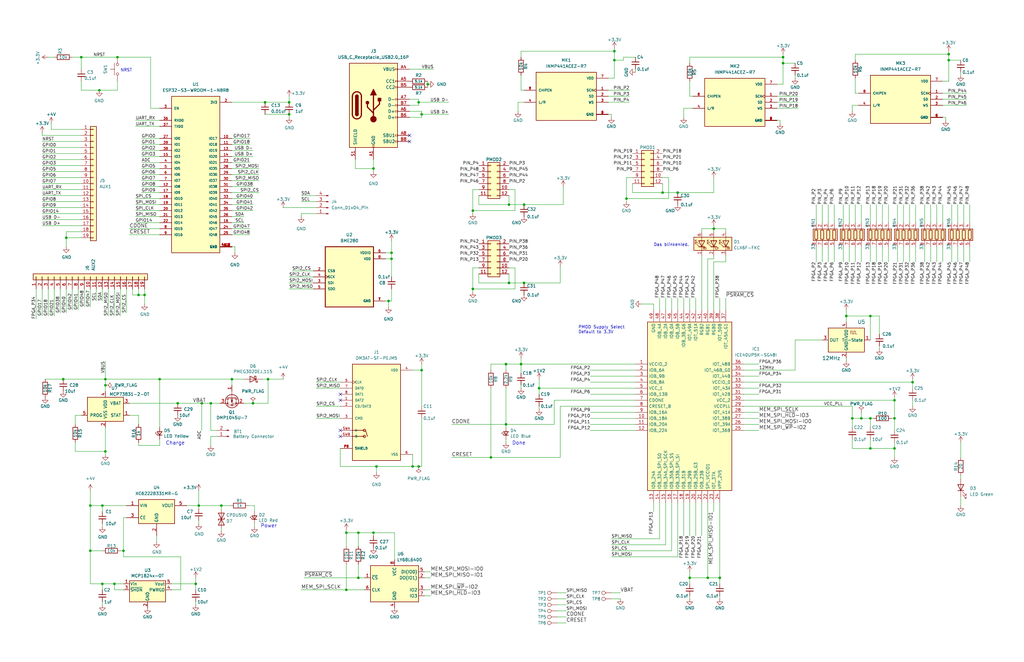
<source format=kicad_sch>
(kicad_sch (version 20250114) (generator "eeschema") (generator_version "9.0")
  (paper "B")
  (text "Done" (at 215.9 187.96 0) (effects (font (size 1.524 1.524)) (justify left bottom)))
  (text "NRST" (at 50.8 30.48 0) (effects (font (size 1.27 1.27)) (justify left bottom)))
  (text "Power" (at 109.855 222.885 0) (effects (font (size 1.524 1.524)) (justify left bottom)))
  (text "Charge" (at 69.85 187.96 0) (effects (font (size 1.524 1.524)) (justify left bottom)))
  (text "Das blinkenled." (at 275.59 104.14 0) (effects (font (size 1.27 1.27)) (justify left bottom)))
  (text "PMOD Supply Select\nDefault to 3.3V" (at 243.84 140.97 0) (effects (font (size 1.27 1.27)) (justify left bottom)))
  (junction (at 384.81 161.29))
  (junction (at 177.8 156.21))
  (junction (at 67.31 160.02))
  (junction (at 157.48 224.79))
  (junction (at 151.13 224.79))
  (junction (at 44.45 190.5))
  (junction (at 146.05 224.79))
  (junction (at 146.05 248.92))
  (junction (at 111.76 43.18))
  (junction (at 43.18 213.36))
  (junction (at 367.03 189.23))
  (junction (at 220.98 119.38))
  (junction (at 97.79 160.02))
  (junction (at 199.39 121.92))
  (junction (at 173.99 196.85))
  (junction (at 44.45 160.02))
  (junction (at 106.68 170.18))
  (junction (at 41.91 38.1))
  (junction (at 157.48 71.12))
  (junction (at 27.94 100.33))
  (junction (at 400.05 25.4))
  (junction (at 177.8 48.26))
  (junction (at 363.22 176.53))
  (junction (at 213.36 153.67))
  (junction (at 259.08 21.59))
  (junction (at 220.98 86.36))
  (junction (at 52.07 232.41))
  (junction (at 330.2 24.13))
  (junction (at 176.53 43.18))
  (junction (at 285.75 81.28))
  (junction (at 151.13 243.84))
  (junction (at 264.16 83.82))
  (junction (at 367.03 176.53))
  (junction (at 219.71 153.67))
  (junction (at 43.18 246.38))
  (junction (at 227.33 163.83))
  (junction (at 165.1 106.68))
  (junction (at 356.87 133.35))
  (junction (at 85.09 170.18))
  (junction (at 82.55 246.38))
  (junction (at 74.93 170.18))
  (junction (at 400.05 22.86))
  (junction (at 330.2 26.67))
  (junction (at 377.19 176.53))
  (junction (at 377.19 168.91))
  (junction (at 165.1 109.22))
  (junction (at 303.53 243.84))
  (junction (at 34.29 24.13))
  (junction (at 176.53 196.85))
  (junction (at 121.92 43.18))
  (junction (at 38.1 213.36))
  (junction (at 60.96 124.46))
  (junction (at 163.83 127))
  (junction (at 49.53 24.13))
  (junction (at 26.67 160.02))
  (junction (at 48.26 246.38))
  (junction (at 300.99 96.52))
  (junction (at 88.9 170.18))
  (junction (at 44.45 162.56))
  (junction (at 93.345 213.36))
  (junction (at 199.39 88.9))
  (junction (at 359.41 176.53))
  (junction (at 298.45 243.84))
  (junction (at 259.08 25.4))
  (junction (at 367.03 133.35))
  (junction (at 213.36 179.07))
  (junction (at 121.92 48.26))
  (junction (at 158.75 196.85))
  (junction (at 290.83 243.84))
  (junction (at 38.1 232.41))
  (junction (at 214.63 119.38))
  (junction (at 58.42 124.46))
  (junction (at 279.4 81.28))
  (junction (at 207.01 193.04))
  (junction (at 377.19 189.23))
  (junction (at 113.03 160.02))
  (junction (at 180.34 35.56))
  (junction (at 214.63 86.36))
  (junction (at 83.82 213.36))
  (no_connect (at 143.51 181.61))
  (no_connect (at 172.72 59.69))
  (no_connect (at 143.51 168.91))
  (no_connect (at 172.72 57.15))
  (no_connect (at 143.51 184.15))
  (no_connect (at 143.51 166.37))
  (wire (pts (xy 58.42 187.96) (xy 67.31 187.96)))
  (wire (pts (xy 17.78 72.39) (xy 34.29 72.39)))
  (wire (pts (xy 285.75 81.28) (xy 300.99 81.28)))
  (wire (pts (xy 97.79 66.04) (xy 106.68 66.04)))
  (wire (pts (xy 97.79 88.9) (xy 106.68 88.9)))
  (wire (pts (xy 20.32 24.13) (xy 22.86 24.13)))
  (wire (pts (xy 403.86 86.36) (xy 403.86 93.98)))
  (wire (pts (xy 295.91 96.52) (xy 300.99 96.52)))
  (wire (pts (xy 313.69 166.37) (xy 320.04 166.37)))
  (wire (pts (xy 327.66 50.8) (xy 328.93 50.8)))
  (wire (pts (xy 93.345 213.36) (xy 93.345 215.265)))
  (wire (pts (xy 34.29 34.29) (xy 34.29 38.1)))
  (wire (pts (xy 367.03 110.49) (xy 367.03 104.14)))
  (wire (pts (xy 219.71 151.13) (xy 219.71 153.67)))
  (wire (pts (xy 306.07 110.49) (xy 306.07 107.95)))
  (wire (pts (xy 157.48 224.79) (xy 166.37 224.79)))
  (wire (pts (xy 290.83 24.13) (xy 330.2 24.13)))
  (wire (pts (xy 123.19 114.3) (xy 132.08 114.3)))
  (wire (pts (xy 151.13 238.125) (xy 151.13 243.84)))
  (wire (pts (xy 59.69 73.66) (xy 67.31 73.66)))
  (wire (pts (xy 275.59 130.81) (xy 275.59 128.27)))
  (wire (pts (xy 97.79 68.58) (xy 105.41 68.58)))
  (wire (pts (xy 377.19 189.23) (xy 377.19 193.04)))
  (wire (pts (xy 213.36 163.83) (xy 213.36 179.07)))
  (wire (pts (xy 405.13 200.66) (xy 405.13 201.93)))
  (wire (pts (xy 370.84 133.35) (xy 370.84 140.97)))
  (wire (pts (xy 227.33 171.45) (xy 227.33 172.72)))
  (wire (pts (xy 34.29 38.1) (xy 41.91 38.1)))
  (wire (pts (xy 72.39 246.38) (xy 82.55 246.38)))
  (wire (pts (xy 256.54 48.26) (xy 257.81 48.26)))
  (wire (pts (xy 367.03 86.36) (xy 367.03 93.98)))
  (wire (pts (xy 383.54 86.36) (xy 383.54 93.98)))
  (wire (pts (xy 349.25 110.49) (xy 349.25 104.14)))
  (wire (pts (xy 248.92 156.21) (xy 267.97 156.21)))
  (wire (pts (xy 177.8 196.85) (xy 176.53 196.85)))
  (wire (pts (xy 121.92 49.53) (xy 121.92 48.26)))
  (wire (pts (xy 313.69 158.75) (xy 320.04 158.75)))
  (wire (pts (xy 133.35 171.45) (xy 143.51 171.45)))
  (wire (pts (xy 146.05 238.125) (xy 146.05 248.92)))
  (wire (pts (xy 330.2 24.13) (xy 330.2 22.86)))
  (wire (pts (xy 257.81 229.87) (xy 280.67 229.87)))
  (wire (pts (xy 219.71 153.67) (xy 267.97 153.67)))
  (wire (pts (xy 313.69 179.07) (xy 320.04 179.07)))
  (wire (pts (xy 207.01 153.67) (xy 213.36 153.67)))
  (wire (pts (xy 59.69 63.5) (xy 67.31 63.5)))
  (wire (pts (xy 85.09 170.18) (xy 88.9 170.18)))
  (wire (pts (xy 172.72 46.99) (xy 177.8 46.99)))
  (wire (pts (xy 328.93 50.8) (xy 328.93 52.07)))
  (wire (pts (xy 58.42 175.26) (xy 58.42 179.07)))
  (wire (pts (xy 298.45 243.84) (xy 290.83 243.84)))
  (wire (pts (xy 26.67 160.02) (xy 44.45 160.02)))
  (wire (pts (xy 99.06 104.14) (xy 99.06 106.68)))
  (wire (pts (xy 372.11 86.36) (xy 372.11 93.98)))
  (wire (pts (xy 313.69 168.91) (xy 377.19 168.91)))
  (wire (pts (xy 57.15 93.98) (xy 67.31 93.98)))
  (wire (pts (xy 48.26 248.92) (xy 52.07 248.92)))
  (wire (pts (xy 275.59 128.27) (xy 270.51 128.27)))
  (wire (pts (xy 408.94 86.36) (xy 408.94 93.98)))
  (wire (pts (xy 248.92 173.99) (xy 267.97 173.99)))
  (wire (pts (xy 238.76 257.81) (xy 234.95 257.81)))
  (wire (pts (xy 220.98 119.38) (xy 236.22 119.38)))
  (wire (pts (xy 57.15 83.82) (xy 67.31 83.82)))
  (wire (pts (xy 279.4 74.93) (xy 281.94 74.93)))
  (wire (pts (xy 400.05 22.86) (xy 400.05 21.59)))
  (wire (pts (xy 330.2 26.67) (xy 330.2 35.56)))
  (wire (pts (xy 238.76 255.27) (xy 234.95 255.27)))
  (wire (pts (xy 88.9 170.18) (xy 88.9 181.61)))
  (wire (pts (xy 97.79 162.56) (xy 97.79 160.02)))
  (wire (pts (xy 67.31 68.58) (xy 59.69 68.58)))
  (wire (pts (xy 264.16 83.82) (xy 281.94 83.82)))
  (wire (pts (xy 146.05 224.79) (xy 151.13 224.79)))
  (wire (pts (xy 280.67 212.09) (xy 280.67 229.87)))
  (wire (pts (xy 107.315 220.98) (xy 107.315 222.25)))
  (wire (pts (xy 236.22 171.45) (xy 267.97 171.45)))
  (wire (pts (xy 306.07 96.52) (xy 306.07 97.79)))
  (wire (pts (xy 146.05 224.79) (xy 146.05 230.505)))
  (wire (pts (xy 58.42 186.69) (xy 58.42 187.96)))
  (wire (pts (xy 279.4 77.47) (xy 279.4 81.28)))
  (wire (pts (xy 267.97 24.13) (xy 262.89 24.13)))
  (wire (pts (xy 97.79 78.74) (xy 106.68 78.74)))
  (wire (pts (xy 52.07 218.44) (xy 53.34 218.44)))
  (wire (pts (xy 259.08 21.59) (xy 259.08 20.32)))
  (wire (pts (xy 27.94 100.33) (xy 27.94 104.14)))
  (wire (pts (xy 49.53 38.1) (xy 49.53 34.29)))
  (wire (pts (xy 76.2 248.92) (xy 76.2 234.95)))
  (wire (pts (xy 151.13 224.79) (xy 157.48 224.79)))
  (wire (pts (xy 55.88 124.46) (xy 58.42 124.46)))
  (wire (pts (xy 57.15 53.34) (xy 67.31 53.34)))
  (wire (pts (xy 290.83 125.73) (xy 290.83 130.81)))
  (wire (pts (xy 66.04 228.6) (xy 66.04 226.06)))
  (wire (pts (xy 179.07 243.84) (xy 181.61 243.84)))
  (wire (pts (xy 199.39 113.03) (xy 201.93 113.03)))
  (wire (pts (xy 162.56 127) (xy 163.83 127)))
  (wire (pts (xy 384.81 161.29) (xy 384.81 163.83)))
  (wire (pts (xy 257.81 232.41) (xy 283.21 232.41)))
  (wire (pts (xy 335.28 156.21) (xy 335.28 143.51)))
  (wire (pts (xy 313.69 163.83) (xy 320.04 163.83)))
  (wire (pts (xy 166.37 236.22) (xy 166.37 224.79)))
  (wire (pts (xy 275.59 212.09) (xy 275.59 215.9)))
  (wire (pts (xy 121.92 119.38) (xy 132.08 119.38)))
  (wire (pts (xy 213.36 186.69) (xy 213.36 185.42)))
  (wire (pts (xy 288.29 125.73) (xy 288.29 130.81)))
  (wire (pts (xy 43.18 213.36) (xy 43.18 215.9)))
  (wire (pts (xy 290.83 251.46) (xy 290.83 252.73)))
  (wire (pts (xy 300.99 110.49) (xy 300.99 130.81)))
  (wire (pts (xy 43.18 246.38) (xy 43.18 248.92)))
  (wire (pts (xy 262.89 25.4) (xy 259.08 25.4)))
  (wire (pts (xy 248.92 181.61) (xy 267.97 181.61)))
  (wire (pts (xy 363.22 86.36) (xy 363.22 93.98)))
  (wire (pts (xy 27.94 121.92) (xy 27.94 132.08)))
  (wire (pts (xy 172.72 29.21) (xy 182.88 29.21)))
  (wire (pts (xy 149.86 71.12) (xy 157.48 71.12)))
  (wire (pts (xy 351.79 110.49) (xy 351.79 104.14)))
  (wire (pts (xy 403.86 110.49) (xy 403.86 104.14)))
  (wire (pts (xy 278.13 212.09) (xy 278.13 227.33)))
  (wire (pts (xy 165.1 106.68) (xy 165.1 101.6)))
  (wire (pts (xy 44.45 160.02) (xy 67.31 160.02)))
  (wire (pts (xy 300.99 96.52) (xy 300.99 95.25)))
  (wire (pts (xy 172.72 44.45) (xy 176.53 44.45)))
  (wire (pts (xy 360.68 86.36) (xy 360.68 93.98)))
  (wire (pts (xy 57.15 86.36) (xy 67.31 86.36)))
  (wire (pts (xy 300.99 110.49) (xy 306.07 110.49)))
  (wire (pts (xy 397.51 41.91) (xy 407.67 41.91)))
  (wire (pts (xy 394.97 86.36) (xy 394.97 93.98)))
  (wire (pts (xy 259.08 33.02) (xy 259.08 25.4)))
  (wire (pts (xy 290.83 26.67) (xy 290.83 24.13)))
  (wire (pts (xy 88.9 184.15) (xy 91.44 184.15)))
  (wire (pts (xy 93.345 222.885) (xy 93.345 224.155)))
  (wire (pts (xy 256.54 43.18) (xy 265.43 43.18)))
  (wire (pts (xy 355.6 86.36) (xy 355.6 93.98)))
  (wire (pts (xy 344.17 110.49) (xy 344.17 104.14)))
  (wire (pts (xy 267.97 29.21) (xy 267.97 30.48)))
  (wire (pts (xy 359.41 176.53) (xy 363.22 176.53)))
  (wire (pts (xy 359.41 171.45) (xy 359.41 176.53)))
  (wire (pts (xy 406.4 86.36) (xy 406.4 93.98)))
  (wire (pts (xy 298.45 243.84) (xy 303.53 243.84)))
  (wire (pts (xy 158.75 196.85) (xy 158.75 199.39)))
  (wire (pts (xy 398.78 49.53) (xy 398.78 50.8)))
  (wire (pts (xy 300.99 109.22) (xy 298.45 109.22)))
  (wire (pts (xy 370.84 133.35) (xy 367.03 133.35)))
  (wire (pts (xy 49.53 24.13) (xy 63.5 24.13)))
  (wire (pts (xy 179.07 251.46) (xy 181.61 251.46)))
  (wire (pts (xy 17.78 121.92) (xy 17.78 133.35)))
  (wire (pts (xy 59.69 78.74) (xy 67.31 78.74)))
  (wire (pts (xy 19.05 160.02) (xy 26.67 160.02)))
  (wire (pts (xy 264.16 74.93) (xy 264.16 83.82)))
  (wire (pts (xy 367.03 143.51) (xy 367.03 133.35)))
  (wire (pts (xy 85.09 170.18) (xy 85.09 181.61)))
  (wire (pts (xy 227.33 163.83) (xy 267.97 163.83)))
  (wire (pts (xy 367.03 133.35) (xy 356.87 133.35)))
  (wire (pts (xy 298.45 109.22) (xy 298.45 130.81)))
  (wire (pts (xy 180.34 35.56) (xy 180.34 36.83)))
  (wire (pts (xy 82.55 254) (xy 82.55 255.27)))
  (wire (pts (xy 97.79 96.52) (xy 105.41 96.52)))
  (wire (pts (xy 201.93 86.36) (xy 214.63 86.36)))
  (wire (pts (xy 300.99 212.09) (xy 300.99 215.9)))
  (wire (pts (xy 378.46 86.36) (xy 378.46 93.98)))
  (wire (pts (xy 290.83 212.09) (xy 290.83 226.06)))
  (wire (pts (xy 58.42 121.92) (xy 58.42 124.46)))
  (wire (pts (xy 262.89 24.13) (xy 262.89 25.4)))
  (wire (pts (xy 335.28 26.67) (xy 330.2 26.67)))
  (wire (pts (xy 281.94 74.93) (xy 281.94 83.82)))
  (wire (pts (xy 49.53 24.13) (xy 34.29 24.13)))
  (wire (pts (xy 53.34 121.92) (xy 53.34 132.08)))
  (wire (pts (xy 303.53 243.84) (xy 303.53 246.38)))
  (wire (pts (xy 370.84 146.05) (xy 370.84 147.32)))
  (wire (pts (xy 359.41 185.42) (xy 359.41 189.23)))
  (wire (pts (xy 386.08 86.36) (xy 386.08 93.98)))
  (wire (pts (xy 248.92 179.07) (xy 267.97 179.07)))
  (wire (pts (xy 392.43 110.49) (xy 392.43 104.14)))
  (wire (pts (xy 313.69 153.67) (xy 320.04 153.67)))
  (wire (pts (xy 162.56 109.22) (xy 165.1 109.22)))
  (wire (pts (xy 295.91 97.79) (xy 295.91 96.52)))
  (wire (pts (xy 54.61 96.52) (xy 67.31 96.52)))
  (wire (pts (xy 38.1 213.36) (xy 38.1 232.41)))
  (wire (pts (xy 344.17 86.36) (xy 344.17 93.98)))
  (wire (pts (xy 48.26 121.92) (xy 48.26 133.35)))
  (wire (pts (xy 41.91 38.1) (xy 49.53 38.1)))
  (wire (pts (xy 261.62 250.19) (xy 257.81 250.19)))
  (wire (pts (xy 177.8 46.99) (xy 177.8 48.26)))
  (wire (pts (xy 207.01 153.67) (xy 207.01 156.21)))
  (wire (pts (xy 360.68 22.86) (xy 400.05 22.86)))
  (wire (pts (xy 157.48 71.12) (xy 157.48 72.39)))
  (wire (pts (xy 97.79 86.36) (xy 106.68 86.36)))
  (wire (pts (xy 356.87 151.13) (xy 356.87 152.4)))
  (wire (pts (xy 358.14 86.36) (xy 358.14 93.98)))
  (wire (pts (xy 290.83 241.3) (xy 290.83 243.84)))
  (wire (pts (xy 78.74 213.36) (xy 83.82 213.36)))
  (wire (pts (xy 177.8 49.53) (xy 177.8 48.26)))
  (wire (pts (xy 293.37 125.73) (xy 293.37 130.81)))
  (wire (pts (xy 111.76 48.26) (xy 121.92 48.26)))
  (wire (pts (xy 256.54 38.1) (xy 265.43 38.1)))
  (wire (pts (xy 397.51 86.36) (xy 397.51 93.98)))
  (wire (pts (xy 53.34 213.36) (xy 43.18 213.36)))
  (wire (pts (xy 358.14 110.49) (xy 358.14 104.14)))
  (wire (pts (xy 127 248.92) (xy 146.05 248.92)))
  (wire (pts (xy 44.45 162.56) (xy 44.45 160.02)))
  (wire (pts (xy 106.68 170.18) (xy 113.03 170.18)))
  (wire (pts (xy 359.41 189.23) (xy 367.03 189.23)))
  (wire (pts (xy 133.35 90.17) (xy 127 90.17)))
  (wire (pts (xy 238.76 250.19) (xy 234.95 250.19)))
  (wire (pts (xy 401.32 86.36) (xy 401.32 93.98)))
  (wire (pts (xy 300.99 96.52) (xy 306.07 96.52)))
  (wire (pts (xy 45.72 121.92) (xy 45.72 133.35)))
  (wire (pts (xy 405.13 186.69) (xy 405.13 193.04)))
  (wire (pts (xy 349.25 86.36) (xy 349.25 93.98)))
  (wire (pts (xy 227.33 160.02) (xy 227.33 163.83)))
  (wire (pts (xy 43.18 254) (xy 43.18 255.27)))
  (wire (pts (xy 59.69 81.28) (xy 67.31 81.28)))
  (wire (pts (xy 176.53 196.85) (xy 173.99 196.85)))
  (wire (pts (xy 173.99 191.77) (xy 173.99 196.85)))
  (wire (pts (xy 248.92 161.29) (xy 267.97 161.29)))
  (wire (pts (xy 394.97 110.49) (xy 394.97 104.14)))
  (wire (pts (xy 128.27 243.84) (xy 151.13 243.84)))
  (wire (pts (xy 157.48 67.31) (xy 157.48 71.12)))
  (wire (pts (xy 97.79 76.2) (xy 109.22 76.2)))
  (wire (pts (xy 374.65 110.49) (xy 374.65 104.14)))
  (wire (pts (xy 33.02 121.92) (xy 33.02 130.81)))
  (wire (pts (xy 238.76 260.35) (xy 234.95 260.35)))
  (wire (pts (xy 151.13 243.84) (xy 153.67 243.84)))
  (wire (pts (xy 17.78 87.63) (xy 34.29 87.63)))
  (wire (pts (xy 38.1 121.92) (xy 38.1 129.54)))
  (wire (pts (xy 172.72 41.91) (xy 176.53 41.91)))
  (wire (pts (xy 17.78 59.69) (xy 34.29 59.69)))
  (wire (pts (xy 300.99 74.93) (xy 300.99 81.28)))
  (wire (pts (xy 355.6 110.49) (xy 355.6 104.14)))
  (wire (pts (xy 199.39 80.01) (xy 199.39 88.9)))
  (wire (pts (xy 219.71 21.59) (xy 259.08 21.59)))
  (wire (pts (xy 17.78 92.71) (xy 34.29 92.71)))
  (wire (pts (xy 280.67 125.73) (xy 280.67 130.81)))
  (wire (pts (xy 83.82 213.36) (xy 83.82 207.01)))
  (wire (pts (xy 313.69 181.61) (xy 320.04 181.61)))
  (wire (pts (xy 97.79 43.18) (xy 111.76 43.18)))
  (wire (pts (xy 143.51 189.23) (xy 143.51 196.85)))
  (wire (pts (xy 256.54 40.64) (xy 265.43 40.64)))
  (wire (pts (xy 44.45 190.5) (xy 44.45 191.77)))
  (wire (pts (xy 60.96 124.46) (xy 60.96 128.27)))
  (wire (pts (xy 367.03 176.53) (xy 368.3 176.53)))
  (wire (pts (xy 397.51 49.53) (xy 398.78 49.53)))
  (wire (pts (xy 17.78 85.09) (xy 34.29 85.09)))
  (wire (pts (xy 378.46 110.49) (xy 378.46 104.14)))
  (wire (pts (xy 288.29 212.09) (xy 288.29 226.06)))
  (wire (pts (xy 405.13 30.48) (xy 405.13 31.75)))
  (wire (pts (xy 50.8 232.41) (xy 52.07 232.41)))
  (wire (pts (xy 248.92 166.37) (xy 267.97 166.37)))
  (wire (pts (xy 97.79 91.44) (xy 102.87 91.44)))
  (wire (pts (xy 83.82 214.63) (xy 83.82 213.36)))
  (wire (pts (xy 111.76 43.18) (xy 121.92 43.18)))
  (wire (pts (xy 219.71 31.75) (xy 219.71 38.1)))
  (wire (pts (xy 266.7 81.28) (xy 279.4 81.28)))
  (wire (pts (xy 97.79 99.06) (xy 105.41 99.06)))
  (wire (pts (xy 15.24 121.92) (xy 15.24 134.62)))
  (wire (pts (xy 34.29 175.26) (xy 31.75 175.26)))
  (wire (pts (xy 38.1 207.01) (xy 38.1 213.36)))
  (wire (pts (xy 17.78 57.15) (xy 34.29 57.15)))
  (wire (pts (xy 146.05 248.92) (xy 153.67 248.92)))
  (wire (pts (xy 83.82 220.98) (xy 83.82 219.71)))
  (wire (pts (xy 83.82 213.36) (xy 93.345 213.36)))
  (wire (pts (xy 88.9 184.15) (xy 88.9 187.96)))
  (wire (pts (xy 104.775 213.36) (xy 107.315 213.36)))
  (wire (pts (xy 40.64 121.92) (xy 40.64 127)))
  (wire (pts (xy 303.53 251.46) (xy 303.53 252.73)))
  (wire (pts (xy 408.94 110.49) (xy 408.94 104.14)))
  (wire (pts (xy 303.53 125.73) (xy 303.53 130.81)))
  (wire (pts (xy 389.89 86.36) (xy 389.89 93.98)))
  (wire (pts (xy 266.7 81.28) (xy 266.7 77.47)))
  (wire (pts (xy 54.61 99.06) (xy 67.31 99.06)))
  (wire (pts (xy 163.83 127) (xy 163.83 129.54)))
  (wire (pts (xy 392.43 86.36) (xy 392.43 93.98)))
  (wire (pts (xy 31.75 175.26) (xy 31.75 179.07)))
  (wire (pts (xy 313.69 156.21) (xy 335.28 156.21)))
  (wire (pts (xy 214.63 119.38) (xy 214.63 115.57)))
  (wire (pts (xy 179.07 248.92) (xy 181.61 248.92)))
  (wire (pts (xy 30.48 24.13) (xy 34.29 24.13)))
  (wire (pts (xy 285.75 125.73) (xy 285.75 130.81)))
  (wire (pts (xy 219.71 162.56) (xy 219.71 163.83)))
  (wire (pts (xy 377.19 176.53) (xy 377.19 181.61)))
  (wire (pts (xy 17.78 77.47) (xy 34.29 77.47)))
  (wire (pts (xy 201.93 80.01) (xy 199.39 80.01)))
  (wire (pts (xy 367.03 176.53) (xy 367.03 180.34)))
  (wire (pts (xy 44.45 152.4) (xy 44.45 160.02)))
  (wire (pts (xy 58.42 124.46) (xy 60.96 124.46)))
  (wire (pts (xy 17.78 74.93) (xy 34.29 74.93)))
  (wire (pts (xy 285.75 212.09) (xy 285.75 234.95)))
  (wire (pts (xy 367.03 185.42) (xy 367.03 189.23)))
  (wire (pts (xy 76.2 234.95) (xy 52.07 234.95)))
  (wire (pts (xy 27.94 97.79) (xy 27.94 100.33)))
  (wire (pts (xy 38.1 213.36) (xy 43.18 213.36)))
  (wire (pts (xy 375.92 176.53) (xy 377.19 176.53)))
  (wire (pts (xy 17.78 62.23) (xy 34.29 62.23)))
  (wire (pts (xy 278.13 125.73) (xy 278.13 130.81)))
  (wire (pts (xy 217.17 113.03) (xy 214.63 113.03)))
  (wire (pts (xy 44.45 180.34) (xy 44.45 190.5)))
  (wire (pts (xy 50.8 121.92) (xy 50.8 133.35)))
  (wire (pts (xy 199.39 88.9) (xy 199.39 90.17)))
  (wire (pts (xy 233.68 168.91) (xy 233.68 179.07)))
  (wire (pts (xy 133.35 163.83) (xy 143.51 163.83)))
  (wire (pts (xy 97.79 73.66) (xy 109.22 73.66)))
  (wire (pts (xy 180.34 35.56) (xy 180.34 34.29)))
  (wire (pts (xy 381 86.36) (xy 381 93.98)))
  (wire (pts (xy 113.03 160.02) (xy 119.38 160.02)))
  (wire (pts (xy 173.99 196.85) (xy 158.75 196.85)))
  (wire (pts (xy 283.21 125.73) (xy 283.21 130.81)))
  (wire (pts (xy 82.55 246.38) (xy 82.55 248.92)))
  (wire (pts (xy 295.91 212.09) (xy 295.91 226.06)))
  (wire (pts (xy 201.93 119.38) (xy 201.93 115.57)))
  (wire (pts (xy 97.79 71.12) (xy 109.22 71.12)))
  (wire (pts (xy 238.76 252.73) (xy 234.95 252.73)))
  (wire (pts (xy 34.29 100.33) (xy 27.94 100.33)))
  (wire (pts (xy 52.07 232.41) (xy 52.07 218.44)))
  (wire (pts (xy 360.68 39.37) (xy 361.95 39.37)))
  (wire (pts (xy 290.83 34.29) (xy 290.83 40.64)))
  (wire (pts (xy 97.79 104.14) (xy 99.06 104.14)))
  (wire (pts (xy 31.75 190.5) (xy 44.45 190.5)))
  (wire (pts (xy 377.19 167.64) (xy 377.19 168.91)))
  (wire (pts (xy 149.86 67.31) (xy 149.86 71.12)))
  (wire (pts (xy 360.68 33.02) (xy 360.68 39.37)))
  (wire (pts (xy 143.51 196.85) (xy 158.75 196.85)))
  (wire (pts (xy 35.56 121.92) (xy 35.56 129.54)))
  (wire (pts (xy 218.44 43.18) (xy 218.44 46.99)))
  (wire (pts (xy 43.18 220.98) (xy 43.18 222.25)))
  (wire (pts (xy 34.29 29.21) (xy 34.29 24.13)))
  (wire (pts (xy 372.11 110.49) (xy 372.11 104.14)))
  (wire (pts (xy 102.87 170.18) (xy 106.68 170.18)))
  (wire (pts (xy 199.39 121.92) (xy 199.39 123.19)))
  (wire (pts (xy 236.22 171.45) (xy 236.22 193.04)))
  (wire (pts (xy 361.95 44.45) (xy 359.41 44.45)))
  (wire (pts (xy 173.99 156.21) (xy 177.8 156.21)))
  (wire (pts (xy 179.07 241.3) (xy 181.61 241.3)))
  (wire (pts (xy 397.51 110.49) (xy 397.51 104.14)))
  (wire (pts (xy 327.66 40.64) (xy 336.55 40.64)))
  (wire (pts (xy 283.21 212.09) (xy 283.21 232.41)))
  (wire (pts (xy 237.49 78.74) (xy 237.49 86.36)))
  (wire (pts (xy 363.22 176.53) (xy 363.22 173.99)))
  (wire (pts (xy 327.66 35.56) (xy 330.2 35.56)))
  (wire (pts (xy 17.78 80.01) (xy 34.29 80.01)))
  (wire (pts (xy 213.36 153.67) (xy 213.36 156.21)))
  (wire (pts (xy 405.13 209.55) (xy 405.13 213.36)))
  (wire (pts (xy 303.53 212.09) (xy 303.53 243.84)))
  (wire (pts (xy 97.79 160.02) (xy 102.87 160.02)))
  (wire (pts (xy 214.63 80.01) (xy 217.17 80.01)))
  (wire (pts (xy 199.39 113.03) (xy 199.39 121.92)))
  (wire (pts (xy 351.79 86.36) (xy 351.79 93.98)))
  (wire (pts (xy 248.92 176.53) (xy 267.97 176.53)))
  (wire (pts (xy 369.57 86.36) (xy 369.57 93.98)))
  (wire (pts (xy 133.35 161.29) (xy 143.51 161.29)))
  (wire (pts (xy 44.45 165.1) (xy 44.45 162.56)))
  (wire (pts (xy 59.69 58.42) (xy 67.31 58.42)))
  (wire (pts (xy 207.01 193.04) (xy 190.5 193.04)))
  (wire (pts (xy 177.8 156.21) (xy 177.8 171.45)))
  (wire (pts (xy 259.08 25.4) (xy 259.08 21.59)))
  (wire (pts (xy 356.87 130.81) (xy 356.87 133.35)))
  (wire (pts (xy 30.48 121.92) (xy 30.48 130.81)))
  (wire (pts (xy 363.22 176.53) (xy 367.03 176.53)))
  (wire (pts (xy 21.59 52.07) (xy 21.59 54.61)))
  (wire (pts (xy 374.65 86.36) (xy 374.65 93.98)))
  (wire (pts (xy 59.69 76.2) (xy 67.31 76.2)))
  (wire (pts (xy 219.71 153.67) (xy 219.71 157.48)))
  (wire (pts (xy 25.4 121.92) (xy 25.4 132.08)))
  (wire (pts (xy 17.78 82.55) (xy 34.29 82.55)))
  (wire (pts (xy 207.01 193.04) (xy 207.01 163.83)))
  (wire (pts (xy 121.92 116.84) (xy 132.08 116.84)))
  (wire (pts (xy 327.66 43.18) (xy 336.55 43.18)))
  (wire (pts (xy 59.69 66.04) (xy 67.31 66.04)))
  (wire (pts (xy 300.99 97.79) (xy 300.99 96.52)))
  (wire (pts (xy 397.51 44.45) (xy 407.67 44.45)))
  (wire (pts (xy 220.98 86.36) (xy 237.49 86.36)))
  (wire (pts (xy 217.17 121.92) (xy 217.17 113.03)))
  (wire (pts (xy 48.26 246.38) (xy 48.26 248.92)))
  (wire (pts (xy 298.45 212.09) (xy 298.45 243.84)))
  (wire (pts (xy 386.08 110.49) (xy 386.08 104.14)))
  (wire (pts (xy 43.18 246.38) (xy 48.26 246.38)))
  (wire (pts (xy 238.76 262.89) (xy 234.95 262.89)))
  (wire (pts (xy 177.8 176.53) (xy 177.8 196.85)))
  (wire (pts (xy 146.05 224.79) (xy 146.05 223.52)))
  (wire (pts (xy 214.63 86.36) (xy 220.98 86.36)))
  (wire (pts (xy 261.62 252.73) (xy 257.81 252.73)))
  (wire (pts (xy 359.41 44.45) (xy 359.41 46.99)))
  (wire (pts (xy 17.78 90.17) (xy 34.29 90.17)))
  (wire (pts (xy 256.54 33.02) (xy 259.08 33.02)))
  (wire (pts (xy 220.98 43.18) (xy 218.44 43.18)))
  (wire (pts (xy 177.8 156.21) (xy 177.8 153.67)))
  (wire (pts (xy 17.78 95.25) (xy 34.29 95.25)))
  (wire (pts (xy 406.4 110.49) (xy 406.4 104.14)))
  (wire (pts (xy 17.78 64.77) (xy 34.29 64.77)))
  (wire (pts (xy 121.92 40.64) (xy 121.92 43.18)))
  (wire (pts (xy 363.22 110.49) (xy 363.22 104.14)))
  (wire (pts (xy 34.29 97.79) (xy 27.94 97.79)))
  (wire (pts (xy 346.71 86.36) (xy 346.71 93.98)))
  (wire (pts (xy 219.71 24.13) (xy 219.71 21.59)))
  (wire (pts (xy 335.28 31.75) (xy 335.28 33.02)))
  (wire (pts (xy 59.69 71.12) (xy 67.31 71.12)))
  (wire (pts (xy 330.2 26.67) (xy 330.2 24.13)))
  (wire (pts (xy 176.53 41.91) (xy 176.53 43.18)))
  (wire (pts (xy 384.81 160.02) (xy 384.81 161.29)))
  (wire (pts (xy 346.71 110.49) (xy 346.71 104.14)))
  (wire (pts (xy 63.5 24.13) (xy 63.5 45.72)))
  (wire (pts (xy 97.79 58.42) (xy 105.41 58.42)))
  (wire (pts (xy 257.81 234.95) (xy 285.75 234.95)))
  (wire (pts (xy 88.9 170.18) (xy 92.71 170.18)))
  (wire (pts (xy 20.32 121.92) (xy 20.32 133.35)))
  (wire (pts (xy 199.39 121.92) (xy 217.17 121.92)))
  (wire (pts (xy 97.79 83.82) (xy 106.68 83.82)))
  (wire (pts (xy 72.39 248.92) (xy 76.2 248.92)))
  (wire (pts (xy 367.03 189.23) (xy 377.19 189.23)))
  (wire (pts (xy 381 110.49) (xy 381 104.14)))
  (wire (pts (xy 236.22 193.04) (xy 207.01 193.04)))
  (wire (pts (xy 67.31 160.02) (xy 67.31 180.34)))
  (wire (pts (xy 121.92 121.92) (xy 132.08 121.92)))
  (wire (pts (xy 133.35 176.53) (xy 143.51 176.53)))
  (wire (pts (xy 54.61 170.18) (xy 74.93 170.18)))
  (wire (pts (xy 300.99 107.95) (xy 300.99 109.22)))
  (wire (pts (xy 236.22 112.395) (xy 236.22 119.38)))
  (wire (pts (xy 290.83 243.84) (xy 290.83 246.38)))
  (wire (pts (xy 214.63 86.36) (xy 214.63 82.55)))
  (wire (pts (xy 97.79 93.98) (xy 102.87 93.98)))
  (wire (pts (xy 257.81 227.33) (xy 278.13 227.33)))
  (wire (pts (xy 217.17 88.9) (xy 199.39 88.9)))
  (wire (pts (xy 63.5 45.72) (xy 67.31 45.72)))
  (wire (pts (xy 165.1 109.22) (xy 165.1 116.84)))
  (wire (pts (xy 313.69 161.29) (xy 384.81 161.29)))
  (wire (pts (xy 21.59 54.61) (xy 34.29 54.61)))
  (wire (pts (xy 384.81 168.91) (xy 384.81 171.45)))
  (wire (pts (xy 127 90.17) (xy 127 91.44)))
  (wire (pts (xy 88.9 181.61) (xy 91.44 181.61)))
  (wire (pts (xy 82.55 243.84) (xy 82.55 246.38)))
  (wire (pts (xy 165.1 109.22) (xy 165.1 106.68)))
  (wire (pts (xy 97.79 60.96) (xy 105.41 60.96)))
  (wire (pts (xy 127 82.55) (xy 133.35 82.55)))
  (wire (pts (xy 377.19 168.91) (xy 377.19 176.53)))
  (wire (pts (xy 59.69 60.96) (xy 67.31 60.96)))
  (wire (pts (xy 400.05 25.4) (xy 400.05 34.29)))
  (wire (pts (xy 264.16 83.82) (xy 264.16 85.09)))
  (wire (pts (xy 313.69 176.53) (xy 320.04 176.53)))
  (wire (pts (xy 55.88 121.92) (xy 55.88 124.46)))
  (wire (pts (xy 31.75 186.69) (xy 31.75 190.5)))
  (wire (pts (xy 172.72 49.53) (xy 177.8 49.53)))
  (wire (pts (xy 54.61 175.26) (xy 58.42 175.26)))
  (wire (pts (xy 38.1 246.38) (xy 43.18 246.38)))
  (wire (pts (xy 176.53 43.18) (xy 189.23 43.18)))
  (wire (pts (xy 377.19 186.69) (xy 377.19 189.23)))
  (wire (pts (xy 74.93 170.18) (xy 85.09 170.18)))
  (wire (pts (xy 107.315 213.36) (xy 107.315 215.9)))
  (wire (pts (xy 93.345 213.36) (xy 97.155 213.36)))
  (wire (pts (xy 17.78 69.85) (xy 34.29 69.85)))
  (wire (pts (xy 397.51 39.37) (xy 407.67 39.37)))
  (wire (pts (xy 157.48 226.06) (xy 157.48 224.79)))
  (wire (pts (xy 60.96 124.46) (xy 60.96 121.92)))
  (wire (pts (xy 67.31 187.96) (xy 67.31 185.42)))
  (wire (pts (xy 119.38 87.63) (xy 133.35 87.63)))
  (wire (pts (xy 43.18 121.92) (xy 43.18 127)))
  (wire (pts (xy 113.03 170.18) (xy 113.03 160.02)))
  (wire (pts (xy 213.36 153.67) (xy 219.71 153.67)))
  (wire (pts (xy 356.87 133.35) (xy 356.87 135.89)))
  (wire (pts (xy 214.63 119.38) (xy 220.98 119.38)))
  (wire (pts (xy 17.78 67.31) (xy 34.29 67.31)))
  (wire (pts (xy 22.86 121.92) (xy 22.86 133.35)))
  (wire (pts (xy 162.56 106.68) (xy 165.1 106.68)))
  (wire (pts (xy 369.57 110.49) (xy 369.57 104.14)))
  (wire (pts (xy 335.28 143.51) (xy 346.71 143.51)))
  (wire (pts (xy 383.54 110.49) (xy 383.54 104.14)))
  (wire (pts (xy 360.68 110.49) (xy 360.68 104.14)))
  (wire (pts (xy 266.7 74.93) (xy 264.16 74.93)))
  (wire (pts (xy 288.29 45.72) (xy 288.29 49.53)))
  (wire (pts (xy 248.92 158.75) (xy 267.97 158.75)))
  (wire (pts (xy 313.69 173.99) (xy 320.04 173.99)))
  (wire (pts (xy 190.5 179.07) (xy 213.36 179.07)))
  (wire (pts (xy 295.91 107.95) (xy 295.91 130.81)))
  (wire (pts (xy 57.15 50.8) (xy 67.31 50.8)))
  (wire (pts (xy 176.53 44.45) (xy 176.53 43.18)))
  (wire (pts (xy 165.1 127) (xy 163.83 127)))
  (wire (pts (xy 360.68 25.4) (xy 360.68 22.86)))
  (wire (pts (xy 233.68 168.91) (xy 267.97 168.91)))
  (wire (pts (xy 405.13 25.4) (xy 400.05 25.4)))
  (wire (pts (xy 400.05 25.4) (xy 400.05 22.86)))
  (wire (pts (xy 67.31 160.02) (xy 97.79 160.02)))
  (wire (pts (xy 57.15 88.9) (xy 67.31 88.9)))
  (wire (pts (xy 257.81 48.26) (xy 257.81 49.53)))
  (wire (pts (xy 313.69 171.45) (xy 359.41 171.45)))
  (wire (pts (xy 327.66 45.72) (xy 336.55 45.72)))
  (wire (pts (xy 201.93 119.38) (xy 214.63 119.38)))
  (wire (pts (xy 401.32 110.49) (xy 401.32 104.14)))
  (wire (pts (xy 48.26 246.38) (xy 52.07 246.38)))
  (wire (pts (xy 306.07 125.73) (xy 306.07 130.81)))
  (wire (pts (xy 279.4 81.28) (xy 285.75 81.28)))
  (wire (pts (xy 292.1 45.72) (xy 288.29 45.72)))
  (wire (pts (xy 38.1 232.41) (xy 38.1 246.38)))
  (wire (pts (xy 233.68 179.07) (xy 213.36 179.07)))
  (wire (pts (xy 177.8 48.26) (xy 189.23 48.26)))
  (wire (pts (xy 293.37 212.09) (xy 293.37 226.06)))
  (wire (pts (xy 57.15 91.44) (xy 67.31 91.44)))
  (wire (pts (xy 290.83 40.64) (xy 292.1 40.64)))
  (wire (pts (xy 201.93 86.36) (xy 201.93 82.55)))
  (wire (pts (xy 52.07 234.95) (xy 52.07 232.41)))
  (wire (pts (xy 389.89 110.49) (xy 389.89 104.14)))
  (wire (pts (xy 217.17 80.01) (xy 217.17 88.9)))
  (wire (pts (xy 397.51 34.29) (xy 400.05 34.29)))
  (wire (pts (xy 38.1 232.41) (xy 43.18 232.41)))
  (wire (pts (xy 97.79 63.5) (xy 106.68 63.5)))
  (wire (pts (xy 97.79 81.28) (xy 109.22 81.28)))
  (wire (pts (xy 151.13 230.505) (xy 151.13 224.79)))
  (wire (pts (xy 127 85.09) (xy 133.35 85.09)))
  (wire (pts (xy 165.1 121.92) (xy 165.1 127)))
  (wire (pts (xy 113.03 160.02) (xy 110.49 160.02)))
  (wire (pts (xy 17.78 55.88) (xy 17.78 57.15)))
  (wire (pts (xy 227.33 163.83) (xy 227.33 166.37)))
  (wire (pts (xy 219.71 38.1) (xy 220.98 38.1)))
  (wire (pts (xy 359.41 176.53) (xy 359.41 180.34)))
  (wire (pts (xy 213.36 179.07) (xy 213.36 180.34)))
  (label "PIN_P18" (at 336.55 45.72 180))
  (label "SPI2_MOSI" (at 109.22 71.12 180))
  (label "SPI_MISO" (at 57.15 91.44 0))
  (label "USB D-" (at 189.23 43.18 180))
  (label "PIN_P10" (at 358.14 86.36 90))
  (label "SPI_MOSI" (at 238.76 257.81 0))
  (label "SPI2_MISO" (at 121.92 121.92 0))
  (label "FPGA_P31" (at 320.04 166.37 0))
  (label "SPI_MOSI" (at 57.15 86.36 0))
  (label "SPI_CS" (at 257.81 232.41 0))
  (label "FPGA_P6" (at 351.79 110.49 270))
  (label "PIN_P18" (at 279.4 64.77 0))
  (label "SPI2_CLK" (at 109.22 73.66 180))
  (label "FPGA_P46" (at 283.21 125.73 90))
  (label "FPGA_P32" (at 320.04 163.83 0))
  (label "FPGA_P32" (at 383.54 110.49 270))
  (label "PIN_P45" (at 214.63 72.39 0))
  (label "PIN_P20" (at 336.55 40.64 180))
  (label "PIN_P2" (at 344.17 86.36 90))
  (label "GPIO47" (at 38.1 129.54 90))
  (label "PIN_P13" (at 201.93 110.49 180))
  (label "FPGA_P9" (at 248.92 173.99 180))
  (label "FPGA_P20" (at 374.65 110.49 270))
  (label "FPGA_P4" (at 349.25 110.49 270))
  (label "PIN_P36" (at 214.63 105.41 0))
  (label "PIN_P20" (at 374.65 86.36 90))
  (label "SPI2_MISO" (at 109.22 76.2 180))
  (label "GPIO9" (at 17.78 87.63 0))
  (label "FPGA_P9" (at 355.6 110.49 270))
  (label "FPGA_P12" (at 248.92 181.61 180))
  (label "PIN_P31" (at 214.63 107.95 0))
  (label "PIN_P3" (at 214.63 69.85 0))
  (label "~{PSRAM_CS}" (at 306.07 125.73 0) (effects (font (size 1.524 1.524))))
  (label "FPGA_P43" (at 290.83 125.73 90))
  (label "FPGA_P21" (at 378.46 110.49 270))
  (label "MEM_SPI_MISO-IO1" (at 300.99 215.9 270) (effects (font (size 1.524 1.524))))
  (label "FPGA_P38" (at 389.89 110.49 270))
  (label "FPGA_P11" (at 360.68 110.49 270))
  (label "MEM_SPI_~{HLD}-IO3" (at 181.61 251.46 0) (effects (font (size 1.524 1.524))))
  (label "MEM_SPI_~{HLD}-IO3" (at 320.04 176.53 0) (effects (font (size 1.524 1.524))))
  (label "FPGA_P6" (at 248.92 166.37 180))
  (label "PIN_P46" (at 403.86 86.36 90))
  (label "PIN_P43" (at 394.97 86.36 90))
  (label "SDA" (at 43.18 127 90))
  (label "SDA" (at 102.87 91.44 180))
  (label "PIN_P48" (at 201.93 72.39 180))
  (label "USB D-" (at 106.68 63.5 180))
  (label "GPIO14" (at 57.15 93.98 0))
  (label "USB D+" (at 106.68 66.04 180))
  (label "SPI2_MOSI" (at 50.8 133.35 90))
  (label "FPGA_P46" (at 403.86 110.49 270))
  (label "GPIO38" (at 106.68 78.74 180))
  (label "USB D-" (at 17.78 92.71 0))
  (label "FPGA_P42" (at 392.43 110.49 270))
  (label "PIN_P13" (at 367.03 86.36 90))
  (label "FPGA_P18" (at 288.29 226.06 270))
  (label "PIN_P21" (at 279.4 67.31 0))
  (label "GPIO17" (at 17.78 133.35 90))
  (label "~{PSRAM_CS}" (at 128.27 243.84 0) (effects (font (size 1.524 1.524))))
  (label "PIN_P4" (at 349.25 86.36 90))
  (label "PIN_P3" (at 346.71 86.36 90))
  (label "FPGA_P43" (at 394.97 110.49 270))
  (label "MEM_SPI_~{WP}-IO2" (at 181.61 248.92 0) (effects (font (size 1.524 1.524))))
  (label "GPIO2" (at 17.78 67.31 0))
  (label "GPIO8" (at 17.78 85.09 0))
  (label "USB D+" (at 17.78 95.25 0))
  (label "FPGA_P34" (at 15.24 134.62 90))
  (label "GPIO17" (at 105.41 58.42 180))
  (label "GPIO3" (at 17.78 69.85 0))
  (label "GPIO21" (at 22.86 133.35 90))
  (label "PIN_P32" (at 383.54 86.36 90))
  (label "GPIO2" (at 59.69 63.5 0))
  (label "FPGA_P47" (at 280.67 125.73 90))
  (label "PIN_P47" (at 406.4 86.36 90))
  (label "MEM_SPI_MOSI-IO0" (at 181.61 241.3 0) (effects (font (size 1.524 1.524))))
  (label "SPI2_CS" (at 123.19 114.3 0))
  (label "FPGA_P47" (at 406.4 110.49 270))
  (label "FPGA_P19" (at 290.83 226.06 270))
  (label "MEM_SPI_~{WP}-IO2" (at 320.04 181.61 0) (effects (font (size 1.524 1.524))))
  (label "PIN_P36" (at 386.08 86.36 90))
  (label "FPGA_P36" (at 320.04 153.67 0))
  (label "FPGA_P44" (at 397.51 110.49 270))
  (label "SPI2_MOSI" (at 121.92 119.38 0))
  (label "FPGA_P3" (at 248.92 158.75 180))
  (label "FPGA_P2" (at 344.17 110.49 270))
  (label "GPIO42" (at 30.48 130.81 90))
  (label "GPIO0" (at 59.69 58.42 0))
  (label "MEM_SPI_MISO-IO1" (at 181.61 243.84 0) (effects (font (size 1.524 1.524))))
  (label "SPI_MISO" (at 238.76 250.19 0))
  (label "GPIO6" (at 17.78 74.93 0))
  (label "FPGA_P34" (at 320.04 158.75 0))
  (label "SPI_CLK" (at 57.15 88.9 0))
  (label "SPI2_CLK" (at 121.92 116.84 0))
  (label "CRESET" (at 54.61 99.06 0) (effects (font (size 1.524 1.524))))
  (label "VBUS" (at 182.88 29.21 180))
  (label "SPI_CS" (at 238.76 255.27 0))
  (label "PIN_P31" (at 381 86.36 90))
  (label "SPI_MOSI" (at 257.81 234.95 0))
  (label "PIN_P44" (at 214.63 74.93 0))
  (label "CRESET" (at 190.5 193.04 0) (effects (font (size 1.524 1.524))))
  (label "PIN_P18" (at 369.57 86.36 90))
  (label "SPI2_MOSI" (at 133.35 176.53 0))
  (label "CRESET" (at 238.76 262.89 0) (effects (font (size 1.524 1.524))))
  (label "MEM_SPI_SCLK" (at 127 248.92 0) (effects (font (size 1.524 1.524))))
  (label "GPIO1" (at 17.78 64.77 0))
  (label "GPIO6" (at 59.69 73.66 0))
  (label "GPIO5" (at 59.69 71.12 0))
  (label "PIN_P44" (at 407.67 39.37 180))
  (label "PIN_P20" (at 214.63 110.49 0))
  (label "PIN_P3" (at 265.43 40.64 180))
  (label "GPIO48" (at 105.41 99.06 180))
  (label "FPGA_P11" (at 248.92 179.07 180))
  (label "NRST" (at 39.37 24.13 0))
  (label "GPIO40" (at 106.68 83.82 180))
  (label "SPI2_MISO" (at 133.35 163.83 0))
  (label "FPGA_P45" (at 285.75 125.73 90))
  (label "SPI_MISO" (at 257.81 227.33 0))
  (label "VCC_PLL" (at 347.345 171.45 0))
  (label "FPGA_P10" (at 248.92 176.53 180))
  (label "PIN_P32" (at 201.93 107.95 180))
  (label "PIN_P19" (at 266.7 64.77 180))
  (label "GPIO0" (at 17.78 62.23 0))
  (label "PIN_P11" (at 266.7 69.85 180))
  (label "ADC" (at 59.69 68.58 0))
  (label "FPGA_P4" (at 248.92 161.29 180))
  (label "SPI2_CS" (at 53.34 132.08 90))
  (label "UART_TX" (at 17.78 82.55 0))
  (label "SPI_CLK" (at 257.81 229.87 0))
  (label "PIN_P48" (at 408.94 86.36 90))
  (label "GPIO14" (at 17.78 90.17 0))
  (label "PIN_P4" (at 201.93 69.85 180))
  (label "VBUS" (at 44.45 152.4 270))
  (label "GPIO40" (at 27.94 132.08 90))
  (label "FPGA_P13" (at 367.03 110.49 270))
  (label "GPIO18" (at 105.41 60.96 180))
  (label "12MHz" (at 320.04 156.21 0))
  (label "FPGA_P31" (at 381 110.49 270))
  (label "SDA" (at 127 82.55 0))
  (label "PIN_P19" (at 336.55 43.18 180))
  (label "SPI2_CLK" (at 48.26 133.35 90))
  (label "FPGA_P42" (at 293.37 125.73 90))
  (label "MEM_SPI_MOSI-IO0" (at 320.04 179.07 0) (effects (font (size 1.524 1.524))))
  (label "PIN_P45" (at 401.32 86.36 90))
  (label "SPI2_CS" (at 109.22 81.28 180))
  (label "PIN_P6" (at 279.4 72.39 0))
  (label "PIN_P42" (at 201.93 102.87 180))
  (label "PIN_P2" (at 214.63 77.47 0))
  (label "GPIO47" (at 105.41 96.52 180))
  (label "PIN_P46" (at 407.67 44.45 180))
  (label "PIN_P42" (at 392.43 86.36 90))
  (label "PIN_P46" (at 201.93 77.47 180))
  (label "MEM_SPI_SCLK" (at 320.04 173.99 0) (effects (font (size 1.524 1.524))))
  (label "FPGA_P12" (at 363.22 110.49 270))
  (label "SCL" (at 127 85.09 0))
  (label "GPIO3" (at 59.69 66.04 0))
  (label "VBAT" (at 81.28 170.18 0) (effects (font (size 1.524 1.524))))
  (label "FPGA_P2" (at 248.92 156.21 180))
  (label "SCL" (at 40.64 127 90))
  (label "GPIO8" (at 59.69 78.74 0))
  (label "ADC" (at 85.09 181.61 270))
  (label "PIN_P19" (at 372.11 86.36 90))
  (label "VBAT" (at 261.62 250.19 0) (effects (font (size 1.524 1.524))))
  (label "GPIO41" (at 106.68 86.36 180))
  (label "USB D+" (at 189.23 48.26 180))
  (label "PIN_P47" (at 201.93 74.93 180))
  (label "PIN_P11" (at 360.68 86.36 90))
  (label "GPIO41" (at 33.02 130.81 90))
  (label "CDONE" (at 54.61 96.52 0) (effects (font (size 1.524 1.524))))
  (label "PIN_P10" (at 279.4 69.85 0))
  (label "CDONE" (at 238.76 260.35 0) (effects (font (size 1.524 1.524))))
  (label "SPI_CLK" (at 238.76 252.73 0))
  (label "PIN_P44" (at 397.51 86.36 90))
  (label "UART_TX" (at 57.15 53.34 0))
  (label "NRST" (at 17.78 59.69 0))
  (label "SPI2_MISO" (at 45.72 133.35 90))
  (label "PIN_P6" (at 351.79 86.36 90))
  (label "FPGA_P44" (at 288.29 125.73 90))
  (label "SPI_CS" (at 57.15 83.82 0))
  (label "GPIO7" (at 59.69 76.2 0))
  (label "SPI2_CLK" (at 133.35 161.29 0))
  (label "FPGA_P48" (at 408.94 110.49 270))
  (label "FPGA_P36" (at 386.08 110.49 270))
  (label "PIN_P38" (at 214.63 102.87 0))
  (label "PIN_P4" (at 265.43 43.18 180))
  (label "PIN_P45" (at 407.67 41.91 180))
  (label "SPI2_CS" (at 133.35 171.45 0))
  (label "GPIO18" (at 20.32 133.35 90))
  (label "FPGA_P10" (at 358.14 110.49 270))
  (label "GPIO38" (at 25.4 132.08 90))
  (label "PIN_P21" (at 378.46 86.36 90))
  (label "GPIO5" (at 17.78 72.39 0))
  (label "PIN_P9" (at 266.7 72.39 180))
  (label "GPIO7" (at 17.78 77.47 0))
  (label "GPIO42" (at 106.68 88.9 180))
  (label "PIN_P12" (at 363.22 86.36 90))
  (label "UART_RX" (at 17.78 80.01 0))
  (label "FPGA_P3" (at 346.71 110.49 270))
  (label "GPIO21" (at 105.41 68.58 180))
  (label "PIN_P43" (at 201.93 105.41 180))
  (label "PIN_P38" (at 389.89 86.36 90))
  (label "GPIO48" (at 35.56 129.54 90))
  (label "FPGA_P13" (at 275.59 215.9 270))
  (label "SCL" (at 102.87 93.98 180))
  (label "PIN_P12" (at 266.7 67.31 180))
  (label "GPIO1" (at 59.69 60.96 0))
  (label "FPGA_P38" (at 303.53 125.73 90))
  (label "FPGA_P45" (at 401.32 110.49 270))
  (label "FPGA_P21" (at 295.91 226.06 270))
  (label "FPGA_P20" (at 293.37 226.06 270))
  (label "PIN_P2" (at 265.43 38.1 180))
  (label "CDONE" (at 190.5 179.07 0) (effects (font (size 1.524 1.524))))
  (label "FPGA_P18" (at 369.57 110.49 270))
  (label "UART_RX" (at 57.15 50.8 0))
  (label "FPGA_P48" (at 278.13 125.73 90))
  (label "GPIO9" (at 59.69 81.28 0))
  (label "FPGA_P19" (at 372.11 110.49 270))
  (label "PIN_P9" (at 355.6 86.36 90))
  (symbol (lib_id "emeb_library:LED_BGR") (at 300.99 102.87 90) (unit 1)
    (property "Reference" "D1" (at 309.372 102.0353 90) (effects (justify right)))
    (property "Value" "CLX6F-FKC" (at 309.372 104.5722 90) (effects (justify right)))
    (property "Footprint" "LED_SMD:LED_RGB_PLCC-6" (effects (hide yes)))
  )
  (symbol (lib_id "Connector_Generic:Conn_01x19") (at 39.37 77.47 0) (unit 1)
    (property "Reference" "J5" (at 41.91 76.1999 0) (effects (justify left)))
    (property "Value" "AUX1" (at 41.91 78.7399 0) (effects (justify left)))
    (property "Footprint" "Connector_PinSocket_2.00mm:PinSocket_1x19_P2.00mm_Vertical" (effects (hide yes)))
    (property "Description" "Generic connector, single row, 01x19, script generated (kicad-library-utils/schlib/autogen/connector/)" (effects (hide yes)))
  )
  (symbol (lib_id "Device:R") (at 207.01 160.02 0) (unit 1)
    (property "Reference" "R8" (at 209.042 160.02 90))
    (property "Value" "10k" (at 207.01 160.02 90))
    (property "Footprint" "Resistor_SMD:R_0603_1608Metric" (effects (hide yes)))
  )
  (symbol (lib_id "Device:C_Small") (at 219.71 160.02 0) (unit 1)
    (property "Reference" "C18" (at 220.345 157.48 0) (effects (justify left)))
    (property "Value" "0.1uf" (at 220.345 162.56 0) (effects (justify left)))
    (property "Footprint" "Capacitor_SMD:C_0402_1005Metric" (effects (hide yes)))
  )
  (symbol (lib_id "Oscillator:ECS-2520MV-xxx-xx") (at 356.87 143.51 0) (mirror y) (unit 1)
    (property "Reference" "U5" (at 363.22 135.89 0) (effects (font (size 1.524 1.524))))
    (property "Value" "12MHz" (at 350.52 151.13 0) (effects (font (size 1.524 1.524))))
    (property "Footprint" "Oscillator:Oscillator_SMD_ECS_2520MV-xxx-xx-4Pin_2.5x2.0mm" (effects (hide yes)))
    (property "Datasheet" "https://www.ecsxtal.com/store/pdf/ECS-2520MV.pdf" (effects (hide yes)))
  )
  (symbol (lib_id "INMP441ACEZ-R7:INMP441ACEZ-R7") (at 379.73 41.91 0) (unit 1)
    (property "Reference" "MK3" (at 379.73 26.67 0))
    (property "Value" "INMP441ACEZ-R7" (at 379.73 29.21 0))
    (property "Footprint" "custom:MIC_INMP441ACEZ-R7" (effects (hide yes)))
    (property "MF" "TDK InvenSense" (effects (hide yes)))
    (property "MAXIMUM_PACKAGE_HEIGHT" "1.05 mm" (effects (hide yes)))
    (property "Package" "LGA-9 TDK InvenSense" (effects (hide yes)))
    (property "Price" "None" (effects (hide yes)))
    (property "Check_prices" "https://www.snapeda.com/parts/INMP441ACEZ-R7/TDK/view-part/?ref=eda" (effects (hide yes)))
    (property "STANDARD" "Manufacturer Recommendations" (effects (hide yes)))
    (property "PARTREV" "1.1" (effects (hide yes)))
    (property "SnapEDA_Link" "https://www.snapeda.com/parts/INMP441ACEZ-R7/TDK/view-part/?ref=snap" (effects (hide yes)))
    (property "MP" "INMP441ACEZ-R7" (effects (hide yes)))
    (property "Description_1" "60 Hz ~ 15 kHz Digital, I2S Microphone MEMS (Silicon) 1.62 V ~ 3.63 V Omnidirectional (-26dB ±3dB @ 94dB SPL) Solder Pads" (effects (hide yes)))
    (property "Availability" "In Stock" (effects (hide yes)))
    (property "MANUFACTURER" "TDK InvenSense" (effects (hide yes)))
  )
  (symbol (lib_id "Device:R") (at 176.53 34.29 90) (unit 1)
    (property "Reference" "R2" (at 176.53 31.75 90))
    (property "Value" "5.1k" (at 176.53 34.29 90) (effects (font (size 1 1))))
    (property "Footprint" "Resistor_SMD:R_0402_1005Metric" (effects (hide yes)))
    (property "Description" "Resistor" (effects (hide yes)))
    (property "LCSC" "C25905" (effects (hide yes)))
  )
  (symbol (lib_id "Connector:TestPoint") (at 257.81 250.19 90) (unit 1)
    (property "Reference" "TP7" (at 251.46 250.19 90))
    (property "Value" "TestPoint" (effects (hide yes)))
    (property "Footprint" "TestPoint:TestPoint_Pad_D1.0mm" (effects (hide yes)))
  )
  (symbol (lib_id "power:GND") (at 335.28 33.02 0) (unit 1)
    (property "Reference" "#PWR023" (effects (hide yes)))
    (property "Value" "GND" (at 335.28 36.83 0))
  )
  (symbol (lib_id "power:GND") (at 199.39 90.17 0) (unit 1)
    (property "Reference" "#PWR0107" (effects (hide yes)))
    (property "Value" "GND" (at 199.39 93.98 0))
  )
  (symbol (lib_id "Device:LED_Small") (at 107.315 218.44 90) (unit 1)
    (property "Reference" "D2" (at 109.093 217.2716 90) (effects (justify right)))
    (property "Value" "LED Red" (at 109.093 219.583 90) (effects (justify right)))
    (property "Footprint" "LED_SMD:LED_0603_1608Metric" (effects (hide yes)))
  )
  (symbol (lib_id "Device:R") (at 360.68 29.21 0) (unit 1)
    (property "Reference" "R6" (at 362.712 29.21 90))
    (property "Value" "10k" (at 360.68 29.21 90))
    (property "Footprint" "Resistor_SMD:R_0603_1608Metric" (effects (hide yes)))
  )
  (symbol (lib_id "INMP441ACEZ-R7:INMP441ACEZ-R7") (at 238.76 40.64 0) (unit 1)
    (property "Reference" "MK1" (at 238.76 25.4 0))
    (property "Value" "INMP441ACEZ-R7" (at 238.76 27.94 0))
    (property "Footprint" "custom:MIC_INMP441ACEZ-R7" (effects (hide yes)))
    (property "MF" "TDK InvenSense" (effects (hide yes)))
    (property "MAXIMUM_PACKAGE_HEIGHT" "1.05 mm" (effects (hide yes)))
    (property "Package" "LGA-9 TDK InvenSense" (effects (hide yes)))
    (property "Price" "None" (effects (hide yes)))
    (property "Check_prices" "https://www.snapeda.com/parts/INMP441ACEZ-R7/TDK/view-part/?ref=eda" (effects (hide yes)))
    (property "STANDARD" "Manufacturer Recommendations" (effects (hide yes)))
    (property "PARTREV" "1.1" (effects (hide yes)))
    (property "SnapEDA_Link" "https://www.snapeda.com/parts/INMP441ACEZ-R7/TDK/view-part/?ref=snap" (effects (hide yes)))
    (property "MP" "INMP441ACEZ-R7" (effects (hide yes)))
    (property "Description_1" "60 Hz ~ 15 kHz Digital, I2S Microphone MEMS (Silicon) 1.62 V ~ 3.63 V Omnidirectional (-26dB ±3dB @ 94dB SPL) Solder Pads" (effects (hide yes)))
    (property "Availability" "In Stock" (effects (hide yes)))
    (property "MANUFACTURER" "TDK InvenSense" (effects (hide yes)))
  )
  (symbol (lib_id "Device:C_Small") (at 121.92 45.72 0) (unit 1)
    (property "Reference" "C9" (at 124.46 44.45 0) (effects (justify left)))
    (property "Value" "1uf" (at 124.46 46.99 0) (effects (justify left)))
    (property "Footprint" "Capacitor_SMD:C_0603_1608Metric" (effects (hide yes)))
  )
  (symbol (lib_id "Connector_Generic:Conn_02x06_Odd_Even") (at 207.01 107.95 0) (unit 1)
    (property "Reference" "PMOD3" (at 208.28 100.33 0))
    (property "Value" "CONN_02X06" (effects (hide yes)))
    (property "Footprint" "Connector_PinSocket_2.54mm:PinSocket_2x06_P2.54mm_Vertical" (effects (hide yes)))
  )
  (symbol (lib_id "power:+3.3V") (at 237.49 78.74 0) (unit 1)
    (property "Reference" "#PWR0112" (effects (hide yes)))
    (property "Value" "+3.3V" (at 237.49 75.184 0))
  )
  (symbol (lib_id "Device:R_Pack04") (at 406.4 99.06 0) (mirror x) (unit 1)
    (property "Reference" "RN6" (at 400.05 93.98 90))
    (property "Value" "33" (at 400.05 104.14 90))
    (property "Footprint" "Resistor_SMD:R_Array_Concave_4x0402" (effects (hide yes)))
  )
  (symbol (lib_id "power:GND") (at 267.97 30.48 270) (unit 1)
    (property "Reference" "#PWR018" (effects (hide yes)))
    (property "Value" "GND" (at 264.16 30.48 0))
  )
  (symbol (lib_id "power:+3.3V") (at 405.13 186.69 0) (unit 1)
    (property "Reference" "#PWR037" (effects (hide yes)))
    (property "Value" "+3.3V" (at 405.13 183.134 0))
  )
  (symbol (lib_id "power:GND") (at 290.83 252.73 0) (mirror y) (unit 1)
    (property "Reference" "#PWR0105" (effects (hide yes)))
    (property "Value" "GND" (at 290.83 256.54 0))
  )
  (symbol (lib_id "power:+3.3V") (at 165.1 101.6 0) (unit 1)
    (property "Reference" "#PWR029" (effects (hide yes)))
    (property "Value" "+3.3V" (at 165.1 98.044 0))
  )
  (symbol (lib_id "power:GND") (at 288.29 49.53 0) (unit 1)
    (property "Reference" "#PWR030" (effects (hide yes)))
    (property "Value" "GND" (at 288.29 53.34 0))
  )
  (symbol (lib_id "Device:C_Small") (at 26.67 162.56 0) (unit 1)
    (property "Reference" "C28" (at 29.21 162.56 0) (effects (justify left)))
    (property "Value" "10uf" (at 27.305 165.1 0) (effects (justify left)))
    (property "Footprint" "Capacitor_SMD:C_0805_2012Metric" (effects (hide yes)))
  )
  (symbol (lib_id "power:+1V2") (at 82.55 243.84 0) (unit 1)
    (property "Reference" "#PWR0147" (effects (hide yes)))
    (property "Value" "+1V2" (at 82.55 240.284 0))
  )
  (symbol (lib_id "power:GND") (at 199.39 123.19 0) (unit 1)
    (property "Reference" "#PWR011" (effects (hide yes)))
    (property "Value" "GND" (at 199.39 127 0))
  )
  (symbol (lib_id "Device:C_Small") (at 303.53 248.92 0) (mirror y) (unit 1)
    (property "Reference" "C21" (at 302.895 246.38 0) (effects (justify left)))
    (property "Value" "0.1uf" (at 302.895 251.46 0) (effects (justify left)))
    (property "Footprint" "Capacitor_SMD:C_0402_1005Metric" (effects (hide yes)))
  )
  (symbol (lib_id "Device:LED_Small") (at 67.31 182.88 90) (unit 1)
    (property "Reference" "D5" (at 69.088 181.7116 90) (effects (justify right)))
    (property "Value" "LED Yellow" (at 69.088 184.023 90) (effects (justify right)))
    (property "Footprint" "LED_SMD:LED_0603_1608Metric" (effects (hide yes)))
  )
  (symbol (lib_id "ICE40UP5K-SG48I:ICE40UP5K-SG48I") (at 267.97 153.67 0) (unit 1)
    (property "Reference" "IC1" (at 318.77 147.2498 0))
    (property "Value" "ICE40UP5K-SG48I" (at 318.77 149.7898 0))
    (property "Footprint" "custom:QFN50P700X700X100-49N-D" (effects (hide yes)))
    (property "Datasheet" "http://www.latticesemi.com/view_document?document_id=51968" (effects (hide yes)))
    (property "Description" "FPGA - Field Programmable Gate Array iCE40-UltraPlus, 5280 LUTs, 1.2V" (effects (hide yes)))
    (property "Height" "1" (effects (hide yes)))
    (property "Mouser Part Number" "842-ICE40UP5K-SG48I" (effects (hide yes)))
    (property "Mouser Price/Stock" "https://www.mouser.co.uk/ProductDetail/Lattice/ICE40UP5K-SG48I?qs=Rp3RbKSfAt3UqOG1AN4%2FAg%3D%3D" (effects (hide yes)))
    (property "Manufacturer_Name" "Lattice Semiconductor" (effects (hide yes)))
    (property "Manufacturer_Part_Number" "ICE40UP5K-SG48I" (effects (hide yes)))
  )
  (symbol (lib_id "Device:LED_Small") (at 213.36 182.88 90) (unit 1)
    (property "Reference" "D4" (at 215.138 181.7116 90) (effects (justify right)))
    (property "Value" "LED Blue" (at 215.138 184.023 90) (effects (justify right)))
    (property "Footprint" "LED_SMD:LED_0603_1608Metric" (effects (hide yes)))
  )
  (symbol (lib_id "Device:D_Schottky") (at 106.68 160.02 180) (unit 1)
    (property "Reference" "D6" (at 106.68 154.5082 0))
    (property "Value" "PMEG3020EJ,115" (at 106.68 156.8196 0))
    (property "Footprint" "Diode_SMD:D_SOD-323F" (effects (hide yes)))
  )
  (symbol (lib_id "power:GND") (at 121.92 49.53 0) (unit 1)
    (property "Reference" "#PWR0153" (effects (hide yes)))
    (property "Value" "GND" (at 122.047 53.9242 0))
  )
  (symbol (lib_id "Device:R") (at 290.83 30.48 0) (unit 1)
    (property "Reference" "R5" (at 292.862 30.48 90))
    (property "Value" "10k" (at 290.83 30.48 90))
    (property "Footprint" "Resistor_SMD:R_0603_1608Metric" (effects (hide yes)))
  )
  (symbol (lib_id "power:GND") (at 19.05 167.64 0) (unit 1)
    (property "Reference" "#PWR038" (effects (hide yes)))
    (property "Value" "GND" (at 19.05 171.45 0))
  )
  (symbol (lib_id "Device:R_Pack04") (at 394.97 99.06 0) (mirror x) (unit 1)
    (property "Reference" "RN5" (at 388.62 93.98 90))
    (property "Value" "33" (at 388.62 104.14 90))
    (property "Footprint" "Resistor_SMD:R_Array_Concave_4x0402" (effects (hide yes)))
  )
  (symbol (lib_id "power:+3.3V") (at 400.05 21.59 0) (unit 1)
    (property "Reference" "#PWR025" (effects (hide yes)))
    (property "Value" "+3.3V" (at 400.05 18.034 0))
  )
  (symbol (lib_id "power:GND") (at 26.67 165.1 0) (unit 1)
    (property "Reference" "#PWR04" (effects (hide yes)))
    (property "Value" "GND" (at 26.67 168.91 0))
  )
  (symbol (lib_id "Device:C_Small") (at 157.48 228.6 0) (unit 1)
    (property "Reference" "C27" (at 160.02 228.6 0) (effects (justify left)))
    (property "Value" "0.1uf" (at 158.115 231.14 0) (effects (justify left)))
    (property "Footprint" "Capacitor_SMD:C_0402_1005Metric" (effects (hide yes)))
  )
  (symbol (lib_id "Device:R") (at 31.75 182.88 0) (unit 1)
    (property "Reference" "R15" (at 33.782 182.88 90))
    (property "Value" "10k" (at 31.75 182.88 90))
    (property "Footprint" "Resistor_SMD:R_0603_1608Metric" (effects (hide yes)))
  )
  (symbol (lib_id "power:GND") (at 220.98 91.44 0) (unit 1)
    (property "Reference" "#PWR0140" (effects (hide yes)))
    (property "Value" "GND" (at 217.805 93.98 0))
  )
  (symbol (lib_id "Device:C_Small") (at 384.81 166.37 0) (unit 1)
    (property "Reference" "C25" (at 385.445 163.83 0) (effects (justify left)))
    (property "Value" "0.1uf" (at 385.445 168.91 0) (effects (justify left)))
    (property "Footprint" "Capacitor_SMD:C_0402_1005Metric" (effects (hide yes)))
  )
  (symbol (lib_id "power:+4V") (at 38.1 207.01 0) (unit 1)
    (property "Reference" "#PWR02" (effects (hide yes)))
    (property "Value" "+4V" (at 38.1 201.93 0))
  )
  (symbol (lib_id "Connector_Generic:Conn_02x06_Odd_Even") (at 271.78 69.85 0) (unit 1)
    (property "Reference" "PMOD1" (at 273.05 62.23 0))
    (property "Value" "CONN_02X06" (effects (hide yes)))
    (property "Footprint" "Connector_PinSocket_2.54mm:PinSocket_2x06_P2.54mm_Vertical" (effects (hide yes)))
  )
  (symbol (lib_id "Device:C_Small") (at 34.29 31.75 0) (mirror y) (unit 1)
    (property "Reference" "C3" (at 39.37 30.48 0) (effects (justify left)))
    (property "Value" "0.1uf" (at 40.64 33.02 0) (effects (justify left)))
    (property "Footprint" "Capacitor_SMD:C_0402_1005Metric" (effects (hide yes)))
  )
  (symbol (lib_id "power:GND") (at 180.34 35.56 90) (unit 1)
    (property "Reference" "#PWR01" (effects (hide yes)))
    (property "Value" "GND" (at 184.15 35.5599 90) (effects (justify right)))
    (property "Description" "Power symbol creates a global label with name \"GND\" , ground" (effects (hide yes)))
  )
  (symbol (lib_id "Device:C_Small") (at 367.03 182.88 0) (unit 1)
    (property "Reference" "C23" (at 367.665 180.34 0) (effects (justify left)))
    (property "Value" "10uf" (at 367.665 185.42 0) (effects (justify left)))
    (property "Footprint" "Capacitor_SMD:C_0805_2012Metric" (effects (hide yes)))
  )
  (symbol (lib_id "Device:C_Small") (at 405.13 27.94 0) (unit 1)
    (property "Reference" "C6" (at 405.765 25.4 0) (effects (justify left)))
    (property "Value" "0.1uf" (at 405.765 30.48 0) (effects (justify left)))
    (property "Footprint" "Capacitor_SMD:C_0402_1005Metric" (effects (hide yes)))
  )
  (symbol (lib_id "power:+1V2") (at 227.33 160.02 0) (unit 1)
    (property "Reference" "#PWR0126" (effects (hide yes)))
    (property "Value" "+1V2" (at 227.33 156.464 0))
  )
  (symbol (lib_id "Device:R_Pack04") (at 360.68 99.06 0) (mirror x) (unit 1)
    (property "Reference" "RN2" (at 354.33 93.98 90))
    (property "Value" "33" (at 354.33 104.14 90))
    (property "Footprint" "Resistor_SMD:R_Array_Concave_4x0402" (effects (hide yes)))
  )
  (symbol (lib_id "power:+3.3V") (at 259.08 20.32 0) (unit 1)
    (property "Reference" "#PWR017" (effects (hide yes)))
    (property "Value" "+3.3V" (at 259.08 16.764 0))
  )
  (symbol (lib_id "BME280:BME280") (at 147.32 116.84 0) (unit 1)
    (property "Reference" "U2" (at 147.32 99.06 0))
    (property "Value" "BME280" (at 147.32 101.6 0))
    (property "Footprint" "custom:PSON65P250X250X100-8N" (effects (hide yes)))
    (property "MF" "Bosch" (effects (hide yes)))
    (property "DESCRIPTION" "Integrated pressure, humidity and temperature sensor; 8-pin 2.5x2.5x0.93mm LGA" (effects (hide yes)))
    (property "PACKAGE" "LGA-8 Bosch" (effects (hide yes)))
    (property "PRICE" "4.94 USD" (effects (hide yes)))
    (property "Package" "LGA-8 Bosch" (effects (hide yes)))
    (property "Check_prices" "https://www.snapeda.com/parts/BME280/Bosch/view-part/?ref=eda" (effects (hide yes)))
    (property "STANDARD" "IPC-7351B" (effects (hide yes)))
    (property "SnapEDA_Link" "https://www.snapeda.com/parts/BME280/Bosch/view-part/?ref=snap" (effects (hide yes)))
    (property "MP" "BME280" (effects (hide yes)))
    (property "Price" "None" (effects (hide yes)))
    (property "Availability" "In Stock" (effects (hide yes)))
    (property "AVAILABILITY" "Good" (effects (hide yes)))
    (property "Description_1" "Board Mount Humidity Sensors MEMS humidity, pressure and temperature sensor" (effects (hide yes)))
  )
  (symbol (lib_id "power:GND") (at 227.33 172.72 0) (unit 1)
    (property "Reference" "#PWR0123" (effects (hide yes)))
    (property "Value" "GND" (at 227.33 176.53 0))
  )
  (symbol (lib_id "Device:R") (at 100.965 213.36 90) (unit 1)
    (property "Reference" "R1" (at 100.965 211.328 90))
    (property "Value" "1k" (at 100.965 213.36 90))
    (property "Footprint" "Resistor_SMD:R_0603_1608Metric" (effects (hide yes)))
  )
  (symbol (lib_id "Device:R") (at 58.42 182.88 180) (unit 1)
    (property "Reference" "R16" (at 56.388 182.88 90))
    (property "Value" "1k" (at 58.42 182.88 90))
    (property "Footprint" "Resistor_SMD:R_0603_1608Metric" (effects (hide yes)))
  )
  (symbol (lib_id "power:GND") (at 83.82 220.98 0) (unit 1)
    (property "Reference" "#PWR0137" (effects (hide yes)))
    (property "Value" "GND" (at 83.947 225.3742 0))
  )
  (symbol (lib_id "power:GND") (at 43.18 255.27 0) (unit 1)
    (property "Reference" "#PWR0146" (effects (hide yes)))
    (property "Value" "GND" (at 43.18 259.08 0))
  )
  (symbol (lib_id "Connector:USB_C_Receptacle_USB2.0_16P") (at 157.48 44.45 0) (unit 1)
    (property "Reference" "J3" (at 157.48 21.59 0))
    (property "Value" "USB_C_Receptacle_USB2.0_16P" (at 157.48 24.13 0))
    (property "Footprint" "Connector_USB:USB_C_Receptacle_GCT_USB4105-xx-A_16P_TopMnt_Horizontal" (effects (hide yes)))
    (property "Datasheet" "https://www.usb.org/sites/default/files/documents/usb_type-c.zip" (effects (hide yes)))
    (property "Description" "USB 2.0-only 16P Type-C Receptacle connector" (effects (hide yes)))
  )
  (symbol (lib_id "Device:R") (at 151.13 234.315 0) (unit 1)
    (property "Reference" "R12" (at 153.162 234.315 90))
    (property "Value" "10k" (at 151.13 234.315 90))
    (property "Footprint" "Resistor_SMD:R_0603_1608Metric" (effects (hide yes)))
  )
  (symbol (lib_id "power:GND") (at 219.71 163.83 0) (unit 1)
    (property "Reference" "#PWR0122" (effects (hide yes)))
    (property "Value" "GND" (at 219.71 167.64 0))
  )
  (symbol (lib_id "power:GND") (at 264.16 85.09 0) (unit 1)
    (property "Reference" "#PWR0127" (effects (hide yes)))
    (property "Value" "GND" (at 264.16 88.9 0))
  )
  (symbol (lib_id "power:GND") (at 356.87 152.4 0) (mirror y) (unit 1)
    (property "Reference" "#PWR0110" (effects (hide yes)))
    (property "Value" "GND" (at 356.87 156.21 0))
  )
  (symbol (lib_id "Connector:TestPoint") (at 257.81 252.73 90) (unit 1)
    (property "Reference" "TP8" (at 251.46 252.73 90))
    (property "Value" "TestPoint" (effects (hide yes)))
    (property "Footprint" "TestPoint:TestPoint_Pad_D1.0mm" (effects (hide yes)))
  )
  (symbol (lib_id "power:+3.3V") (at 119.38 87.63 0) (unit 1)
    (property "Reference" "#PWR027" (effects (hide yes)))
    (property "Value" "+3.3V" (at 119.38 84.074 0))
  )
  (symbol (lib_id "power:GND") (at 261.62 252.73 0) (unit 1)
    (property "Reference" "#PWR021" (effects (hide yes)))
    (property "Value" "GND" (at 261.62 256.54 0))
  )
  (symbol (lib_id "power:GND") (at 270.51 128.27 270) (unit 1)
    (property "Reference" "#PWR035" (effects (hide yes)))
    (property "Value" "GND" (at 266.7 128.27 0))
  )
  (symbol (lib_id "Connector:TestPoint") (at 234.95 257.81 90) (unit 1)
    (property "Reference" "TP4" (at 228.6 257.81 90))
    (property "Value" "TestPoint" (effects (hide yes)))
    (property "Footprint" "TestPoint:TestPoint_Pad_D1.0mm" (effects (hide yes)))
  )
  (symbol (lib_id "Device:C_Small") (at 74.93 172.72 0) (unit 1)
    (property "Reference" "C29" (at 77.47 172.72 0) (effects (justify left)))
    (property "Value" "10uf" (at 75.565 175.26 0) (effects (justify left)))
    (property "Footprint" "Capacitor_SMD:C_0805_2012Metric" (effects (hide yes)))
  )
  (symbol (lib_id "power:GND") (at 127 91.44 0) (unit 1)
    (property "Reference" "#PWR028" (effects (hide yes)))
    (property "Value" "GND" (at 127 96.52 0))
    (property "Description" "Power symbol creates a global label with name \"GND\" , ground" (effects (hide yes)))
  )
  (symbol (lib_id "Device:C_Small") (at 267.97 26.67 0) (unit 1)
    (property "Reference" "C4" (at 268.605 24.13 0) (effects (justify left)))
    (property "Value" "0.1uf" (at 268.605 29.21 0) (effects (justify left)))
    (property "Footprint" "Capacitor_SMD:C_0402_1005Metric" (effects (hide yes)))
  )
  (symbol (lib_id "Memory_Flash:W25Q32JVSS") (at 166.37 246.38 0) (unit 1)
    (property "Reference" "U6" (at 168.91 233.68 0))
    (property "Value" "LY68L6400" (at 172.72 236.22 0))
    (property "Footprint" "Package_SO:SOIC-8_3.9x4.9mm_P1.27mm" (effects (hide yes)))
    (property "Datasheet" "http://www.winbond.com/resource-files/w25q32jv%20revg%2003272018%20plus.pdf" (effects (hide yes)))
  )
  (symbol (lib_id "Connector:TestPoint") (at 234.95 252.73 90) (unit 1)
    (property "Reference" "TP2" (at 228.6 252.73 90))
    (property "Value" "TestPoint" (effects (hide yes)))
    (property "Footprint" "TestPoint:TestPoint_Pad_D1.0mm" (effects (hide yes)))
  )
  (symbol (lib_id "Connector:TestPoint") (at 234.95 262.89 90) (unit 1)
    (property "Reference" "TP6" (at 228.6 262.89 90))
    (property "Value" "TestPoint" (effects (hide yes)))
    (property "Footprint" "TestPoint:TestPoint_Pad_D1.0mm" (effects (hide yes)))
  )
  (symbol (lib_id "power:GND") (at 405.13 31.75 0) (unit 1)
    (property "Reference" "#PWR026" (effects (hide yes)))
    (property "Value" "GND" (at 405.13 35.56 0))
  )
  (symbol (lib_id "Device:R") (at 46.99 232.41 90) (unit 1)
    (property "Reference" "R13" (at 46.99 230.378 90))
    (property "Value" "10k" (at 46.99 232.41 90))
    (property "Footprint" "Resistor_SMD:R_0603_1608Metric" (effects (hide yes)))
  )
  (symbol (lib_id "power:+3.3V") (at 290.83 241.3 0) (mirror y) (unit 1)
    (property "Reference" "#PWR0103" (effects (hide yes)))
    (property "Value" "+3.3V" (at 290.83 237.744 0))
  )
  (symbol (lib_id "Device:R_Pack04") (at 349.25 99.06 0) (mirror x) (unit 1)
    (property "Reference" "RN1" (at 342.9 93.98 90))
    (property "Value" "33" (at 342.9 104.14 90))
    (property "Footprint" "Resistor_SMD:R_Array_Concave_4x0402" (effects (hide yes)))
  )
  (symbol (lib_id "Device:C_Small") (at 165.1 119.38 180) (unit 1)
    (property "Reference" "C8" (at 162.56 119.38 0) (effects (justify left)))
    (property "Value" "0.1uf" (at 164.465 116.84 0) (effects (justify left)))
    (property "Footprint" "Capacitor_SMD:C_0402_1005Metric" (effects (hide yes)))
  )
  (symbol (lib_id "power:+3.3V") (at 300.99 74.93 0) (unit 1)
    (property "Reference" "#PWR033" (effects (hide yes)))
    (property "Value" "+3.3V" (at 300.99 71.374 0))
  )
  (symbol (lib_id "power:PWR_FLAG") (at 106.68 170.18 0) (unit 1)
    (property "Reference" "#FLG0101" (effects (hide yes)))
    (property "Value" "PWR_FLAG" (at 106.68 165.1 0))
  )
  (symbol (lib_id "power:GND") (at 99.06 106.68 0) (unit 1)
    (property "Reference" "#PWR08" (effects (hide yes)))
    (property "Value" "GND" (at 99.06 111.76 0))
    (property "Description" "Power symbol creates a global label with name \"GND\" , ground" (effects (hide yes)))
  )
  (symbol (lib_id "power:GND") (at 370.84 147.32 0) (mirror y) (unit 1)
    (property "Reference" "#PWR0138" (effects (hide yes)))
    (property "Value" "GND" (at 370.84 151.13 0))
  )
  (symbol (lib_id "power:GND") (at 303.53 252.73 0) (mirror y) (unit 1)
    (property "Reference" "#PWR0106" (effects (hide yes)))
    (property "Value" "GND" (at 303.53 256.54 0))
  )
  (symbol (lib_id "Connector:Conn_01x04_Pin") (at 138.43 87.63 180) (unit 1)
    (property "Reference" "J4" (at 139.7 85.0899 0) (effects (justify right)))
    (property "Value" "Conn_01x04_Pin" (at 139.7 87.6299 0) (effects (justify right)))
    (property "Footprint" "Connector:NS-Tech_Grove_1x04_P2mm_Vertical" (effects (hide yes)))
    (property "Description" "Generic connector, single row, 01x04, script generated" (effects (hide yes)))
  )
  (symbol (lib_id "Device:R") (at 219.71 27.94 0) (unit 1)
    (property "Reference" "R4" (at 221.742 27.94 90))
    (property "Value" "10k" (at 219.71 27.94 90))
    (property "Footprint" "Resistor_SMD:R_0603_1608Metric" (effects (hide yes)))
  )
  (symbol (lib_id "power:+3.3V") (at 20.32 24.13 90) (mirror x) (unit 1)
    (property "Reference" "#PWR0129" (effects (hide yes)))
    (property "Value" "+3.3V" (at 15.9258 24.511 0))
  )
  (symbol (lib_id "Device:C_Small") (at 290.83 248.92 0) (mirror y) (unit 1)
    (property "Reference" "C20" (at 290.195 246.38 0) (effects (justify left)))
    (property "Value" "0.1uf" (at 290.195 251.46 0) (effects (justify left)))
    (property "Footprint" "Capacitor_SMD:C_0402_1005Metric" (effects (hide yes)))
  )
  (symbol (lib_id "Device:C_Small") (at 43.18 218.44 0) (unit 1)
    (property "Reference" "C1" (at 44.45 215.9 0) (effects (justify left)))
    (property "Value" "10uf" (at 44.45 220.98 0) (effects (justify left)))
    (property "Footprint" "Capacitor_SMD:C_0805_2012Metric" (effects (hide yes)))
  )
  (symbol (lib_id "Connector:TestPoint") (at 234.95 260.35 90) (unit 1)
    (property "Reference" "TP5" (at 228.6 260.35 90))
    (property "Value" "TestPoint" (effects (hide yes)))
    (property "Footprint" "TestPoint:TestPoint_Pad_D1.0mm" (effects (hide yes)))
  )
  (symbol (lib_id "Device:R_Pack04") (at 372.11 99.06 0) (mirror x) (unit 1)
    (property "Reference" "RN3" (at 365.76 93.98 90))
    (property "Value" "33" (at 365.76 104.14 90))
    (property "Footprint" "Resistor_SMD:R_Array_Concave_4x0402" (effects (hide yes)))
  )
  (symbol (lib_id "power:GND") (at 285.75 86.36 0) (unit 1)
    (property "Reference" "#PWR0120" (effects (hide yes)))
    (property "Value" "GND" (at 282.575 88.9 0))
  )
  (symbol (lib_id "Device:C_Small") (at 335.28 29.21 0) (unit 1)
    (property "Reference" "C5" (at 335.915 26.67 0) (effects (justify left)))
    (property "Value" "0.1uf" (at 335.915 31.75 0) (effects (justify left)))
    (property "Footprint" "Capacitor_SMD:C_0402_1005Metric" (effects (hide yes)))
  )
  (symbol (lib_id "power:GND") (at 107.315 222.25 0) (unit 1)
    (property "Reference" "#PWR0148" (effects (hide yes)))
    (property "Value" "GND" (at 107.315 226.06 0))
  )
  (symbol (lib_id "Device:LED") (at 405.13 205.74 90) (unit 1)
    (property "Reference" "D3" (at 408.94 206.0574 90) (effects (justify right)))
    (property "Value" "LED Green" (at 408.94 208.5974 90) (effects (justify right)))
    (property "Footprint" "LED_SMD:LED_0201_0603Metric" (effects (hide yes)))
    (property "Description" "Light emitting diode" (effects (hide yes)))
    (property "Sim.Pins" "1=K 2=A" (effects (hide yes)))
  )
  (symbol (lib_id "Device:C_Small") (at 43.18 251.46 0) (unit 1)
    (property "Reference" "C2" (at 43.815 248.92 0) (effects (justify left)))
    (property "Value" "1uf" (at 43.815 254 0) (effects (justify left)))
    (property "Footprint" "Capacitor_SMD:C_0603_1608Metric" (effects (hide yes)))
  )
  (symbol (lib_id "Device:R_Pack04") (at 383.54 99.06 0) (mirror x) (unit 1)
    (property "Reference" "RN4" (at 377.19 93.98 90))
    (property "Value" "33" (at 377.19 104.14 90))
    (property "Footprint" "Resistor_SMD:R_Array_Concave_4x0402" (effects (hide yes)))
  )
  (symbol (lib_id "Device:R") (at 405.13 196.85 180) (unit 1)
    (property "Reference" "R14" (at 403.098 196.85 90))
    (property "Value" "20" (at 405.13 196.85 90))
    (property "Footprint" "Resistor_SMD:R_0603_1608Metric" (effects (hide yes)))
  )
  (symbol (lib_id "Device:R") (at 213.36 160.02 0) (unit 1)
    (property "Reference" "R9" (at 215.392 160.02 90))
    (property "Value" "2.2k" (at 213.36 160.02 90))
    (property "Footprint" "Resistor_SMD:R_0603_1608Metric" (effects (hide yes)))
  )
  (symbol (lib_id "power:GND") (at 157.48 231.14 0) (unit 1)
    (property "Reference" "#PWR06" (effects (hide yes)))
    (property "Value" "GND" (at 157.48 234.95 0))
  )
  (symbol (lib_id "power:+3.3V") (at 384.81 160.02 0) (unit 1)
    (property "Reference" "#PWR0114" (effects (hide yes)))
    (property "Value" "+3.3V" (at 384.81 156.464 0))
  )
  (symbol (lib_id "power:+3.3V") (at 356.87 130.81 0) (mirror y) (unit 1)
    (property "Reference" "#PWR0109" (effects (hide yes)))
    (property "Value" "+3.3V" (at 356.87 127.254 0))
  )
  (symbol (lib_id "Device:R") (at 176.53 36.83 270) (unit 1)
    (property "Reference" "R7" (at 176.53 39.37 90))
    (property "Value" "5.1k" (at 176.53 36.83 90) (effects (font (size 1 1))))
    (property "Footprint" "Resistor_SMD:R_0402_1005Metric" (effects (hide yes)))
    (property "Description" "Resistor" (effects (hide yes)))
    (property "LCSC" "C25905" (effects (hide yes)))
  )
  (symbol (lib_id "power:GND") (at 405.13 213.36 0) (unit 1)
    (property "Reference" "#PWR036" (effects (hide yes)))
    (property "Value" "GND" (at 405.13 217.17 0))
  )
  (symbol (lib_id "Device:D_TVS") (at 93.345 219.075 90) (mirror x) (unit 1)
    (property "Reference" "D7" (at 95.377 219.9097 90) (effects (justify right)))
    (property "Value" "CPDU5V0" (at 95.377 217.3728 90) (effects (justify right)))
    (property "Footprint" "Diode_SMD:D_0603_1608Metric" (effects (hide yes)))
  )
  (symbol (lib_id "power:GND") (at 60.96 128.27 0) (unit 1)
    (property "Reference" "#PWR034" (effects (hide yes)))
    (property "Value" "GND" (at 61.087 132.6642 0))
  )
  (symbol (lib_id "power:+3.3V") (at 330.2 22.86 0) (unit 1)
    (property "Reference" "#PWR022" (effects (hide yes)))
    (property "Value" "+3.3V" (at 330.2 19.304 0))
  )
  (symbol (lib_id "power:GND") (at 220.98 124.46 0) (unit 1)
    (property "Reference" "#PWR0139" (effects (hide yes)))
    (property "Value" "GND" (at 217.805 127 0))
  )
  (symbol (lib_id "Device:R") (at 26.67 24.13 270) (mirror x) (unit 1)
    (property "Reference" "R3" (at 25.4 21.59 0))
    (property "Value" "10k" (at 26.67 24.13 90))
    (property "Footprint" "Resistor_SMD:R_0603_1608Metric" (effects (hide yes)))
  )
  (symbol (lib_id "power:GND") (at 44.45 191.77 0) (unit 1)
    (property "Reference" "#PWR09" (effects (hide yes)))
    (property "Value" "GND" (at 44.45 195.58 0))
  )
  (symbol (lib_id "Device:R") (at 146.05 234.315 0) (unit 1)
    (property "Reference" "R11" (at 148.082 234.315 90))
    (property "Value" "10k" (at 146.05 234.315 90))
    (property "Footprint" "Resistor_SMD:R_0603_1608Metric" (effects (hide yes)))
  )
  (symbol (lib_id "power:GND") (at 166.37 256.54 0) (unit 1)
    (property "Reference" "#PWR07" (effects (hide yes)))
    (property "Value" "GND" (at 166.37 260.35 0))
  )
  (symbol (lib_id "Device:C_Small") (at 285.75 83.82 0) (mirror y) (unit 1)
    (property "Reference" "C30" (at 290.83 82.55 0) (effects (justify left)))
    (property "Value" "0.1uf" (at 292.1 86.36 0) (effects (justify left)))
    (property "Footprint" "Capacitor_SMD:C_0402_1005Metric" (effects (hide yes)))
  )
  (symbol (lib_id "DM3AT-SF-PEJM5:DM3AT-SF-PEJM5") (at 158.75 173.99 0) (unit 1)
    (property "Reference" "J1" (at 158.75 148.59 0))
    (property "Value" "DM3AT-SF-PEJM5" (at 158.75 151.13 0))
    (property "Footprint" "custom:HRS_DM3AT-SF-PEJM5" (effects (hide yes)))
    (property "MF" "Hirose" (effects (hide yes)))
    (property "MAXIMUM_PACKAGE_HEIGHT" "1.83 mm" (effects (hide yes)))
    (property "Package" "None" (effects (hide yes)))
    (property "Price" "None" (effects (hide yes)))
    (property "Check_prices" "https://www.snapeda.com/parts/DM3AT-SF-PEJM5/Hirose+Electric+Co+Ltd/view-part/?ref=eda" (effects (hide yes)))
    (property "STANDARD" "Manufacturer Recommendations" (effects (hide yes)))
    (property "PARTREV" "20200913" (effects (hide yes)))
    (property "SnapEDA_Link" "https://www.snapeda.com/parts/DM3AT-SF-PEJM5/Hirose+Electric+Co+Ltd/view-part/?ref=snap" (effects (hide yes)))
    (property "MP" "DM3AT-SF-PEJM5" (effects (hide yes)))
    (property "Description_1" "10 (8 + 2) Position Card Connector Secure Digital - microSD™ Surface Mount, Right Angle Gold" (effects (hide yes)))
    (property "Availability" "In Stock" (effects (hide yes)))
    (property "MANUFACTURER" "Hirose Electric Co Ltd" (effects (hide yes)))
  )
  (symbol (lib_id "Connector_Generic:Conn_02x06_Odd_Even") (at 207.01 74.93 0) (unit 1)
    (property "Reference" "PMOD2" (at 208.28 67.31 0))
    (property "Value" "CONN_02X06" (effects (hide yes)))
    (property "Footprint" "Connector_PinSocket_2.54mm:PinSocket_2x06_P2.54mm_Vertical" (effects (hide yes)))
  )
  (symbol (lib_id "power:GND") (at 398.78 50.8 0) (unit 1)
    (property "Reference" "#PWR024" (effects (hide yes)))
    (property "Value" "GND" (at 398.78 54.61 0))
  )
  (symbol (lib_id "power:GND") (at 158.75 199.39 0) (unit 1)
    (property "Reference" "#PWR014" (effects (hide yes)))
    (property "Value" "GND" (at 158.75 204.47 0))
    (property "Description" "Power symbol creates a global label with name \"GND\" , ground" (effects (hide yes)))
  )
  (symbol (lib_id "ESP32-S3-WROOM-1-N8R8:ESP32-S3-WROOM-1-N8R8") (at 82.55 73.66 0) (unit 1)
    (property "Reference" "U1" (at 82.55 35.56 0))
    (property "Value" "ESP32-S3-WROOM-1-N8R8" (at 82.55 38.1 0))
    (property "Footprint" "custom:XCVR_ESP32S3WROOM1N8R8" (effects (hide yes)))
    (property "MF" "Espressif Systems" (effects (hide yes)))
    (property "DESCRIPTION" "Bluetooth, WiFi 802.11b/g/n, Bluetooth v5.0 Transceiver Module 2.4GHz PCB Trace Surface Mount" (effects (hide yes)))
    (property "PACKAGE" "SMD-41 Espressif Systems" (effects (hide yes)))
    (property "PRICE" "None" (effects (hide yes)))
    (property "Package" "NON STANDARD Espressif Systems" (effects (hide yes)))
    (property "Check_prices" "https://www.snapeda.com/parts/ESP32-S3-WROOM-1-N8R8/Espressif+Systems/view-part/?ref=eda" (effects (hide yes)))
    (property "Price" "None" (effects (hide yes)))
    (property "SnapEDA_Link" "https://www.snapeda.com/parts/ESP32-S3-WROOM-1-N8R8/Espressif+Systems/view-part/?ref=snap" (effects (hide yes)))
    (property "MP" "ESP32-S3-WROOM-1-N8R8" (effects (hide yes)))
    (property "Description_1" "Bluetooth, WiFi 802.11b/g/n, Bluetooth v5.0 Transceiver Module 2.4GHz PCB Trace Surface Mount" (effects (hide yes)))
    (property "Availability" "In Stock" (effects (hide yes)))
    (property "AVAILABILITY" "In Stock" (effects (hide yes)))
    (property "PURCHASE-URL" "https://pricing.snapeda.com/search/part/ESP32S3WROOM1N8R8/?ref=eda" (effects (hide yes)))
  )
  (symbol (lib_id "INMP441ACEZ-R7:INMP441ACEZ-R7") (at 309.88 43.18 0) (unit 1)
    (property "Reference" "MK2" (at 309.88 27.94 0))
    (property "Value" "INMP441ACEZ-R7" (at 309.88 30.48 0))
    (property "Footprint" "custom:MIC_INMP441ACEZ-R7" (effects (hide yes)))
    (property "MF" "TDK InvenSense" (effects (hide yes)))
    (property "MAXIMUM_PACKAGE_HEIGHT" "1.05 mm" (effects (hide yes)))
    (property "Package" "LGA-9 TDK InvenSense" (effects (hide yes)))
    (property "Price" "None" (effects (hide yes)))
    (property "Check_prices" "https://www.snapeda.com/parts/INMP441ACEZ-R7/TDK/view-part/?ref=eda" (effects (hide yes)))
    (property "STANDARD" "Manufacturer Recommendations" (effects (hide yes)))
    (property "PARTREV" "1.1" (effects (hide yes)))
    (property "SnapEDA_Link" "https://www.snapeda.com/parts/INMP441ACEZ-R7/TDK/view-part/?ref=snap" (effects (hide yes)))
    (property "MP" "INMP441ACEZ-R7" (effects (hide yes)))
    (property "Description_1" "60 Hz ~ 15 kHz Digital, I2S Microphone MEMS (Silicon) 1.62 V ~ 3.63 V Omnidirectional (-26dB ±3dB @ 94dB SPL) Solder Pads" (effects (hide yes)))
    (property "Availability" "In Stock" (effects (hide yes)))
    (property "MANUFACTURER" "TDK InvenSense" (effects (hide yes)))
  )
  (symbol (lib_id "Device:C_Small") (at 83.82 217.17 0) (unit 1)
    (property "Reference" "C7" (at 78.74 215.9 0) (effects (justify left)))
    (property "Value" "10uf" (at 76.2 218.44 0) (effects (justify left)))
    (property "Footprint" "Capacitor_SMD:C_0805_2012Metric" (effects (hide yes)))
  )
  (symbol (lib_id "power:GND") (at 82.55 255.27 0) (unit 1)
    (property "Reference" "#PWR0149" (effects (hide yes)))
    (property "Value" "GND" (at 82.55 259.08 0))
  )
  (symbol (lib_id "power:GND") (at 328.93 52.07 0) (unit 1)
    (property "Reference" "#PWR020" (effects (hide yes)))
    (property "Value" "GND" (at 328.93 55.88 0))
  )
  (symbol (lib_id "power:+3.3V") (at 177.8 153.67 0) (unit 1)
    (property "Reference" "#PWR016" (effects (hide yes)))
    (property "Value" "+3.3V" (at 177.8 150.114 0))
  )
  (symbol (lib_id "power:GND") (at 213.36 186.69 0) (unit 1)
    (property "Reference" "#PWR0125" (effects (hide yes)))
    (property "Value" "GND" (at 213.36 190.5 0))
  )
  (symbol (lib_id "power:+3.3V") (at 17.78 55.88 0) (unit 1)
    (property "Reference" "#PWR0142" (effects (hide yes)))
    (property "Value" "+3.3V" (at 17.78 52.07 0))
  )
  (symbol (lib_id "Device:C_Small") (at 111.76 45.72 0) (unit 1)
    (property "Reference" "C13" (at 114.3 44.45 0) (effects (justify left)))
    (property "Value" "0.01uf" (at 114.3 46.99 0) (effects (justify left)))
    (property "Footprint" "Capacitor_SMD:C_0603_1608Metric" (effects (hide yes)))
  )
  (symbol (lib_id "power:+3.3V") (at 300.99 95.25 0) (unit 1)
    (property "Reference" "#PWR0108" (effects (hide yes)))
    (property "Value" "+3.3V" (at 300.99 91.694 0))
  )
  (symbol (lib_name "PWR_FLAG_1") (lib_id "power:PWR_FLAG") (at 44.45 162.56 270) (unit 1)
    (property "Reference" "#FLG02" (effects (hide yes)))
    (property "Value" "PWR_FLAG" (at 48.26 162.5599 90) (effects (justify left)))
    (property "Description" "Special symbol for telling ERC where power comes from" (effects (hide yes)))
  )
  (symbol (lib_id "Connector:Conn_01x02_Pin") (at 96.52 184.15 180) (unit 1)
    (property "Reference" "BT1" (at 100.33 182.118 0))
    (property "Value" "Battery Connector" (at 106.934 184.15 0))
    (property "Footprint" "Connector_JST:JST_EH_S2B-EH_1x02_P2.50mm_Horizontal" (effects (hide yes)))
    (property "Description" "Generic connector, single row, 01x02, script generated" (effects (hide yes)))
  )
  (symbol (lib_id "power:+4V") (at 119.38 160.02 0) (unit 1)
    (property "Reference" "#PWR013" (effects (hide yes)))
    (property "Value" "+4V" (at 119.38 154.94 0))
  )
  (symbol (lib_id "power:GND") (at 74.93 175.26 0) (unit 1)
    (property "Reference" "#PWR010" (effects (hide yes)))
    (property "Value" "GND" (at 74.93 179.07 0))
  )
  (symbol (lib_id "Battery_Management:MCP73831-2-OT") (at 44.45 172.72 0) (unit 1)
    (property "Reference" "U7" (at 48.26 163.83 0))
    (property "Value" "MCP73831-2-OT" (at 54.61 166.37 0))
    (property "Footprint" "Package_TO_SOT_SMD:SOT-23-5" (effects (hide yes)))
    (property "Datasheet" "http://ww1.microchip.com/downloads/en/DeviceDoc/20001984g.pdf" (effects (hide yes)))
  )
  (symbol (lib_id "Regulator_Linear:XC6210B332MR") (at 66.04 215.9 0) (unit 1)
    (property "Reference" "U4" (at 66.04 205.74 0))
    (property "Value" "XC6222B331MR-G" (at 66.04 208.28 0))
    (property "Footprint" "Package_TO_SOT_SMD:SOT-23-5" (effects (hide yes)))
    (property "Datasheet" "https://www.torexsemi.com/file/xc6210/XC6210.pdf" (effects (hide yes)))
  )
  (symbol (lib_id "power:GND") (at 41.91 38.1 0) (mirror y) (unit 1)
    (property "Reference" "#PWR0117" (effects (hide yes)))
    (property "Value" "GND" (at 41.783 42.4942 0))
  )
  (symbol (lib_id "power:+3.3V") (at 219.71 151.13 0) (unit 1)
    (property "Reference" "#PWR0124" (effects (hide yes)))
    (property "Value" "+3.3V" (at 219.71 147.574 0))
  )
  (symbol (lib_id "Device:C_Small") (at 177.8 173.99 0) (unit 1)
    (property "Reference" "C11" (at 178.435 171.45 0) (effects (justify left)))
    (property "Value" "0.1uf" (at 178.435 176.53 0) (effects (justify left)))
    (property "Footprint" "Capacitor_SMD:C_0402_1005Metric" (effects (hide yes)))
  )
  (symbol (lib_id "power:+3.3V") (at 236.22 112.395 0) (unit 1)
    (property "Reference" "#PWR0102" (effects (hide yes)))
    (property "Value" "+3.3V" (at 236.22 108.839 0))
  )
  (symbol (lib_name "PWR_FLAG_1") (lib_id "power:PWR_FLAG") (at 176.53 196.85 180) (unit 1)
    (property "Reference" "#FLG01" (effects (hide yes)))
    (property "Value" "PWR_FLAG" (at 176.53 201.93 0))
    (property "Description" "Special symbol for telling ERC where power comes from" (effects (hide yes)))
  )
  (symbol (lib_id "power:+3.3V") (at 146.05 223.52 0) (unit 1)
    (property "Reference" "#PWR05" (effects (hide yes)))
    (property "Value" "+3.3V" (at 146.05 219.71 0))
  )
  (symbol (lib_id "power:GND") (at 62.23 256.54 0) (unit 1)
    (property "Reference" "#PWR0145" (effects (hide yes)))
    (property "Value" "GND" (at 62.23 260.35 0))
  )
  (symbol (lib_id "power:GND") (at 384.81 171.45 0) (unit 1)
    (property "Reference" "#PWR0113" (effects (hide yes)))
    (property "Value" "GND" (at 384.81 175.26 0))
  )
  (symbol (lib_id "power:+4V") (at 21.59 52.07 0) (unit 1)
    (property "Reference" "#PWR03" (effects (hide yes)))
    (property "Value" "+4V" (at 21.59 48.26 0))
  )
  (symbol (lib_id "power:GND") (at 27.94 104.14 0) (unit 1)
    (property "Reference" "#PWR0143" (effects (hide yes)))
    (property "Value" "GND" (at 28.067 108.5342 0))
  )
  (symbol (lib_id "power:GND") (at 218.44 46.99 0) (unit 1)
    (property "Reference" "#PWR032" (effects (hide yes)))
    (property "Value" "GND" (at 218.44 50.8 0))
  )
  (symbol (lib_id "Device:C_Small") (at 377.19 184.15 0) (unit 1)
    (property "Reference" "C24" (at 377.825 181.61 0) (effects (justify left)))
    (property "Value" "0.1uf" (at 377.825 186.69 0) (effects (justify left)))
    (property "Footprint" "Capacitor_SMD:C_0402_1005Metric" (effects (hide yes)))
  )
  (symbol (lib_id "power:GND") (at 43.18 222.25 0) (unit 1)
    (property "Reference" "#PWR0135" (effects (hide yes)))
    (property "Value" "GND" (at 43.307 226.6442 0))
  )
  (symbol (lib_id "Device:Q_PMOS_GSD") (at 97.79 167.64 90) (mirror x) (unit 1)
    (property "Reference" "Q1" (at 97.79 173.9646 90))
    (property "Value" "DMP1045U-7" (at 97.79 176.276 90))
    (property "Footprint" "Package_TO_SOT_SMD:SOT-23" (effects (hide yes)))
  )
  (symbol (lib_id "Device:C_Small") (at 370.84 143.51 0) (mirror y) (unit 1)
    (property "Reference" "C26" (at 375.92 140.97 0) (effects (justify left)))
    (property "Value" "0.1uf" (at 377.19 146.05 0) (effects (justify left)))
    (property "Footprint" "Capacitor_SMD:C_0402_1005Metric" (effects (hide yes)))
  )
  (symbol (lib_id "Device:R") (at 372.11 176.53 90) (unit 1)
    (property "Reference" "R10" (at 372.11 174.498 90))
    (property "Value" "100" (at 372.11 176.53 90))
    (property "Footprint" "Resistor_SMD:R_0603_1608Metric" (effects (hide yes)))
  )
  (symbol (lib_id "emeb_library:MCP1824x-OT") (at 62.23 248.92 0) (unit 1)
    (property "Reference" "U3" (at 62.23 240.665 0))
    (property "Value" "MCP1824x-OT" (at 62.23 242.9764 0))
    (property "Footprint" "Package_TO_SOT_SMD:SOT-23-5" (effects (hide yes)))
    (property "Datasheet" "http://ww1.microchip.com/downloads/en/DeviceDoc/21350E.pdf" (effects (hide yes)))
  )
  (symbol (lib_id "power:GND") (at 157.48 72.39 0) (unit 1)
    (property "Reference" "#PWR0101" (effects (hide yes)))
    (property "Value" "GND" (at 157.48 77.47 0))
    (property "Description" "Power symbol creates a global label with name \"GND\" , ground" (effects (hide yes)))
  )
  (symbol (lib_id "Device:R") (at 19.05 163.83 0) (unit 1)
    (property "Reference" "R17" (at 21.082 163.83 90))
    (property "Value" "10k" (at 19.05 163.83 90))
    (property "Footprint" "Resistor_SMD:R_0603_1608Metric" (effects (hide yes)))
  )
  (symbol (lib_id "Device:C_Small") (at 82.55 251.46 0) (unit 1)
    (property "Reference" "C10" (at 83.185 248.92 0) (effects (justify left)))
    (property "Value" "10uf" (at 83.185 254 0) (effects (justify left)))
    (property "Footprint" "Capacitor_SMD:C_0805_2012Metric" (effects (hide yes)))
  )
  (symbol (lib_id "power:PWR_FLAG") (at 363.22 173.99 0) (unit 1)
    (property "Reference" "#FLG0103" (effects (hide yes)))
    (property "Value" "PWR_FLAG" (at 363.22 170.4142 0))
  )
  (symbol (lib_id "power:GND") (at 163.83 129.54 0) (unit 1)
    (property "Reference" "#PWR015" (effects (hide yes)))
    (property "Value" "GND" (at 163.83 134.62 0))
    (property "Description" "Power symbol creates a global label with name \"GND\" , ground" (effects (hide yes)))
  )
  (symbol (lib_id "power:+1V2") (at 377.19 167.64 0) (unit 1)
    (property "Reference" "#PWR0111" (effects (hide yes)))
    (property "Value" "+1V2" (at 377.19 164.084 0))
  )
  (symbol (lib_id "power:GND") (at 66.04 228.6 0) (unit 1)
    (property "Reference" "#PWR0144" (effects (hide yes)))
    (property "Value" "GND" (at 66.167 232.9942 0))
  )
  (symbol (lib_id "power:GND") (at 377.19 193.04 0) (unit 1)
    (property "Reference" "#PWR0115" (effects (hide yes)))
    (property "Value" "GND" (at 377.19 196.85 0))
  )
  (symbol (lib_id "power:GND") (at 359.41 46.99 0) (unit 1)
    (property "Reference" "#PWR031" (effects (hide yes)))
    (property "Value" "GND" (at 359.41 50.8 0))
  )
  (symbol (lib_id "power:GND") (at 257.81 49.53 0) (unit 1)
    (property "Reference" "#PWR019" (effects (hide yes)))
    (property "Value" "GND" (at 257.81 53.34 0))
  )
  (symbol (lib_id "Device:C_Small") (at 359.41 182.88 0) (unit 1)
    (property "Reference" "C22" (at 360.045 180.34 0) (effects (justify left)))
    (property "Value" "0.1uf" (at 360.045 185.42 0) (effects (justify left)))
    (property "Footprint" "Capacitor_SMD:C_0402_1005Metric" (effects (hide yes)))
  )
  (symbol (lib_id "Connector:TestPoint") (at 234.95 255.27 90) (unit 1)
    (property "Reference" "TP3" (at 228.6 255.27 90))
    (property "Value" "TestPoint" (effects (hide yes)))
    (property "Footprint" "TestPoint:TestPoint_Pad_D1.0mm" (effects (hide yes)))
  )
  (symbol (lib_id "power:+3.3V") (at 83.82 207.01 0) (unit 1)
    (property "Reference" "#PWR0136" (effects (hide yes)))
    (property "Value" "+3.3V" (at 80.01 205.74 0))
  )
  (symbol (lib_id "power:GND") (at 88.9 187.96 0) (unit 1)
    (property "Reference" "#PWR012" (effects (hide yes)))
    (property "Value" "GND" (at 88.9 191.77 0))
  )
  (symbol (lib_id "Device:C_Small") (at 227.33 168.91 0) (unit 1)
    (property "Reference" "C19" (at 227.965 166.37 0) (effects (justify left)))
    (property "Value" "0.1uf" (at 227.965 171.45 0) (effects (justify left)))
    (property "Footprint" "Capacitor_SMD:C_0402_1005Metric" (effects (hide yes)))
  )
  (symbol (lib_id "power:GND") (at 93.345 224.155 0) (unit 1)
    (property "Reference" "#PWR0128" (effects (hide yes)))
    (property "Value" "GND" (at 93.345 227.965 0))
  )
  (symbol (lib_id "Connector_Generic:Conn_01x19") (at 38.1 116.84 90) (unit 1)
    (property "Reference" "J6" (at 36.8299 114.3 0) (effects (justify left)))
    (property "Value" "AUX2" (at 39.3699 114.3 0) (effects (justify left)))
    (property "Footprint" "Connector_PinSocket_2.00mm:PinSocket_1x19_P2.00mm_Vertical" (effects (hide yes)))
    (property "Description" "Generic connector, single row, 01x19, script generated (kicad-library-utils/schlib/autogen/connector/)" (effects (hide yes)))
  )
  (symbol (lib_id "Device:C_Small") (at 220.98 88.9 0) (mirror y) (unit 1)
    (property "Reference" "C32" (at 226.06 88.265 0) (effects (justify left)))
    (property "Value" "0.1uf" (at 227.33 91.44 0) (effects (justify left)))
    (property "Footprint" "Capacitor_SMD:C_0402_1005Metric" (effects (hide yes)))
  )
  (symbol (lib_id "Switch:SW_Push") (at 49.53 29.21 90) (mirror x) (unit 1)
    (property "Reference" "SW1" (at 44.45 29.21 0))
    (property "Value" "SW_Push" (effects (hide yes)))
    (property "Footprint" "Button_Switch_SMD:SW_SPST_PTS810" (effects (hide yes)))
  )
  (symbol (lib_id "power:+3.3V") (at 121.92 40.64 0) (unit 1)
    (property "Reference" "#PWR0159" (effects (hide yes)))
    (property "Value" "+3.3V" (at 125.73 39.37 0))
  )
  (symbol (lib_id "Device:C_Small") (at 220.98 121.92 0) (mirror y) (unit 1)
    (property "Reference" "C31" (at 226.06 120.65 0) (effects (justify left)))
    (property "Value" "0.1uf" (at 227.33 124.46 0) (effects (justify left)))
    (property "Footprint" "Capacitor_SMD:C_0402_1005Metric" (effects (hide yes)))
  )
  (symbol (lib_id "Connector:TestPoint") (at 234.95 250.19 90) (unit 1)
    (property "Reference" "TP1" (at 228.6 250.19 90))
    (property "Value" "TestPoint" (effects (hide yes)))
    (property "Footprint" "TestPoint:TestPoint_Pad_D1.0mm" (effects (hide yes)))
  )
)
</source>
